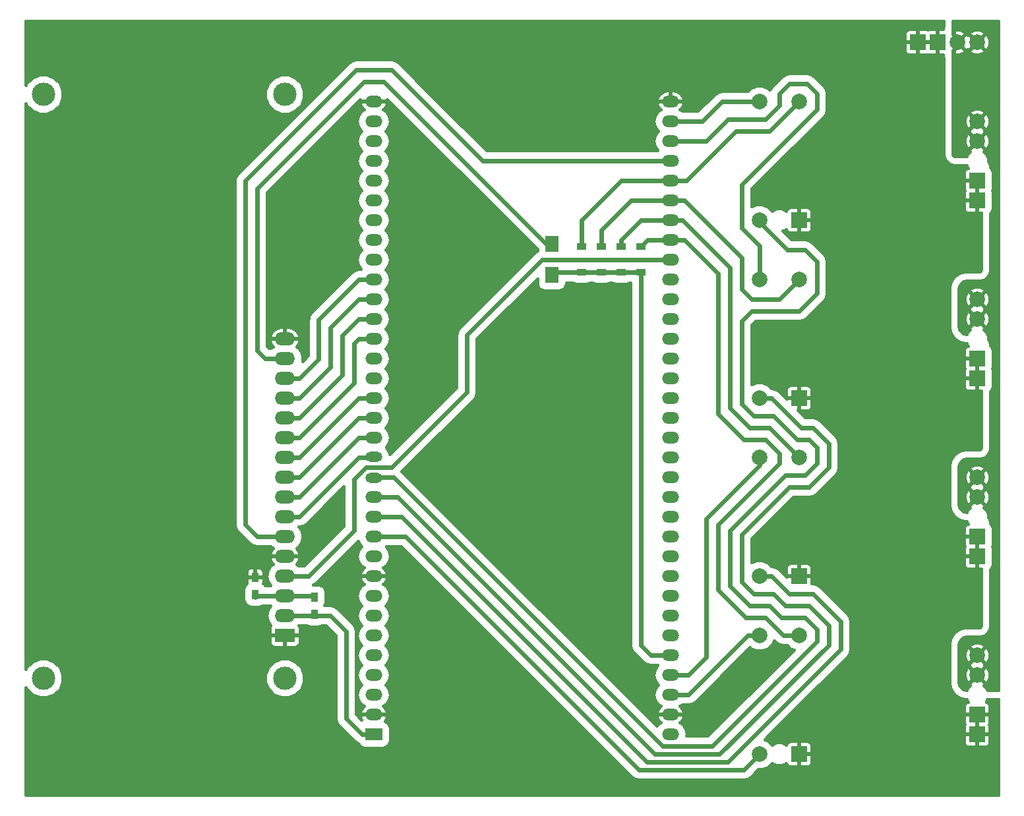
<source format=gbr>
G04 #@! TF.FileFunction,Copper,L1,Top,Signal*
%FSLAX46Y46*%
G04 Gerber Fmt 4.6, Leading zero omitted, Abs format (unit mm)*
G04 Created by KiCad (PCBNEW 4.0.7) date 03/18/18 17:41:08*
%MOMM*%
%LPD*%
G01*
G04 APERTURE LIST*
%ADD10C,0.100000*%
%ADD11R,2.600000X1.700000*%
%ADD12O,2.600000X1.700000*%
%ADD13C,3.000000*%
%ADD14O,2.200000X1.500000*%
%ADD15R,2.200000X1.500000*%
%ADD16O,2.200000X1.300000*%
%ADD17R,0.900000X1.200000*%
%ADD18R,2.000000X2.000000*%
%ADD19C,2.000000*%
%ADD20R,1.200000X0.900000*%
%ADD21R,1.700000X2.000000*%
%ADD22C,0.600000*%
%ADD23C,0.400000*%
G04 APERTURE END LIST*
D10*
D11*
X34290000Y-82550000D03*
D12*
X34290000Y-80010000D03*
X34290000Y-77470000D03*
X34290000Y-74930000D03*
X34290000Y-72390000D03*
X34290000Y-69850000D03*
X34290000Y-67310000D03*
X34290000Y-64770000D03*
X34290000Y-62230000D03*
X34290000Y-59690000D03*
X34290000Y-57150000D03*
X34290000Y-54610000D03*
X34290000Y-52070000D03*
X34290000Y-49530000D03*
X34290000Y-46990000D03*
X34290000Y-44450000D03*
D13*
X34290000Y-88049100D03*
X3289300Y-88049100D03*
X3289300Y-13050520D03*
X34290000Y-13050000D03*
D14*
X83820000Y-13970000D03*
X83820000Y-16510000D03*
X83820000Y-19050000D03*
X83820000Y-21590000D03*
X83820000Y-24130000D03*
X83820000Y-26670000D03*
X83820000Y-29210000D03*
X83820000Y-31750000D03*
X83820000Y-34290000D03*
X83820000Y-36830000D03*
X83820000Y-39370000D03*
X83820000Y-41910000D03*
X83820000Y-44450000D03*
X83820000Y-46990000D03*
X83820000Y-49530000D03*
X83820000Y-52070000D03*
X83820000Y-54610000D03*
X83820000Y-57150000D03*
X83820000Y-59690000D03*
X83820000Y-62230000D03*
X83820000Y-64770000D03*
X83820000Y-67310000D03*
X83820000Y-69850000D03*
X83820000Y-72390000D03*
X83820000Y-74930000D03*
X83820000Y-77470000D03*
X83820000Y-80010000D03*
X83820000Y-82550000D03*
X83820000Y-85090000D03*
X83820000Y-87630000D03*
X83820000Y-90170000D03*
X83820000Y-92710000D03*
X83820000Y-95250000D03*
D15*
X45720000Y-95250000D03*
D14*
X45720000Y-92710000D03*
X45720000Y-90170000D03*
X45720000Y-87630000D03*
X45720000Y-85090000D03*
X45720000Y-82550000D03*
X45720000Y-80010000D03*
X45720000Y-77470000D03*
X45720000Y-74930000D03*
X45720000Y-72390000D03*
X45720000Y-69850000D03*
X45720000Y-67310000D03*
X45720000Y-64770000D03*
D16*
X45720000Y-62330000D03*
X45720000Y-59590000D03*
D14*
X45720000Y-57150000D03*
X45720000Y-54610000D03*
X45720000Y-52070000D03*
X45720000Y-49530000D03*
X45720000Y-46990000D03*
X45720000Y-44450000D03*
X45720000Y-41910000D03*
X45720000Y-39370000D03*
X45720000Y-36830000D03*
X45720000Y-34290000D03*
X45720000Y-31750000D03*
X45720000Y-29210000D03*
X45720000Y-26670000D03*
X45720000Y-24130000D03*
X45720000Y-21590000D03*
X45720000Y-19050000D03*
X45720000Y-16510000D03*
X45720000Y-13970000D03*
D17*
X30480000Y-77300000D03*
X30480000Y-75100000D03*
D18*
X115570000Y-6350000D03*
X118110000Y-6350000D03*
D19*
X120650000Y-6350000D03*
X123190000Y-6350000D03*
D20*
X72390000Y-35940000D03*
X72390000Y-32640000D03*
X74930000Y-35940000D03*
X74930000Y-32640000D03*
X77470000Y-35940000D03*
X77470000Y-32640000D03*
X80010000Y-35940000D03*
X80010000Y-32640000D03*
D21*
X68580000Y-36290000D03*
X68580000Y-32290000D03*
D17*
X38100000Y-79840000D03*
X38100000Y-77640000D03*
D18*
X123190000Y-24130000D03*
D19*
X95250000Y-29210000D03*
D18*
X100330000Y-29210000D03*
X123190000Y-26670000D03*
D19*
X123190000Y-19050000D03*
X123190000Y-16510000D03*
X95250000Y-13970000D03*
X100330000Y-13970000D03*
D18*
X123190000Y-46990000D03*
D19*
X95250000Y-52070000D03*
D18*
X100330000Y-52070000D03*
X123190000Y-49530000D03*
D19*
X123190000Y-41910000D03*
X123190000Y-39370000D03*
X95250000Y-36830000D03*
X100330000Y-36830000D03*
D18*
X123190000Y-69850000D03*
D19*
X95250000Y-74930000D03*
D18*
X100330000Y-74930000D03*
X123190000Y-72390000D03*
D19*
X123190000Y-64770000D03*
X123190000Y-62230000D03*
X95250000Y-59690000D03*
X100330000Y-59690000D03*
D18*
X123190000Y-92710000D03*
D19*
X95250000Y-97790000D03*
D18*
X100330000Y-97790000D03*
X123190000Y-95250000D03*
D19*
X123190000Y-87630000D03*
X123190000Y-85090000D03*
X95250000Y-82550000D03*
X100330000Y-82550000D03*
D22*
X120650000Y-6350000D02*
X120650000Y-5842000D01*
X120650000Y-5842000D02*
X120142000Y-5334000D01*
X120142000Y-5334000D02*
X120142000Y-4572000D01*
X120650000Y-6350000D02*
X120650000Y-6858000D01*
X120650000Y-6858000D02*
X120142000Y-7366000D01*
X120142000Y-7366000D02*
X120142000Y-8128000D01*
X34240000Y-82600000D02*
X34290000Y-82550000D01*
X83820000Y-24130000D02*
X85852000Y-24130000D01*
X96520000Y-17780000D02*
X100330000Y-13970000D01*
X92202000Y-17780000D02*
X96520000Y-17780000D01*
X85852000Y-24130000D02*
X92202000Y-17780000D01*
X83820000Y-24130000D02*
X77470000Y-24130000D01*
X72390000Y-29210000D02*
X72390000Y-32640000D01*
X77470000Y-24130000D02*
X72390000Y-29210000D01*
X83820000Y-26670000D02*
X85598000Y-26670000D01*
X97790000Y-39370000D02*
X100330000Y-36830000D01*
X94234000Y-39370000D02*
X97790000Y-39370000D01*
X92964000Y-38100000D02*
X94234000Y-39370000D01*
X92964000Y-34036000D02*
X92964000Y-38100000D01*
X85598000Y-26670000D02*
X92964000Y-34036000D01*
X83820000Y-26670000D02*
X78740000Y-26670000D01*
X74930000Y-30480000D02*
X74930000Y-32640000D01*
X78740000Y-26670000D02*
X74930000Y-30480000D01*
X83820000Y-29210000D02*
X80010000Y-29210000D01*
X77470000Y-31750000D02*
X77470000Y-32640000D01*
X80010000Y-29210000D02*
X77470000Y-31750000D01*
X83820000Y-29210000D02*
X85344000Y-29210000D01*
X96520000Y-55880000D02*
X100330000Y-59690000D01*
X93980000Y-55880000D02*
X96520000Y-55880000D01*
X91440000Y-53340000D02*
X93980000Y-55880000D01*
X91440000Y-35306000D02*
X91440000Y-53340000D01*
X85344000Y-29210000D02*
X91440000Y-35306000D01*
X100330000Y-82550000D02*
X98298000Y-82550000D01*
X93218000Y-57404000D02*
X96012000Y-57404000D01*
X96012000Y-57404000D02*
X97790000Y-59182000D01*
X97790000Y-59182000D02*
X97790000Y-60452000D01*
X97790000Y-60452000D02*
X89916000Y-68326000D01*
X89916000Y-68326000D02*
X89916000Y-76708000D01*
X89916000Y-76708000D02*
X93472000Y-80264000D01*
X93472000Y-80264000D02*
X96012000Y-80264000D01*
X96012000Y-80264000D02*
X98298000Y-82550000D01*
X85598000Y-31750000D02*
X83820000Y-31750000D01*
X89916000Y-36068000D02*
X89916000Y-54102000D01*
X85598000Y-31750000D02*
X89916000Y-36068000D01*
X89916000Y-54102000D02*
X93218000Y-57404000D01*
X83820000Y-31750000D02*
X80900000Y-31750000D01*
X80900000Y-31750000D02*
X80010000Y-32640000D01*
X72390000Y-35940000D02*
X68930000Y-35940000D01*
X68930000Y-35940000D02*
X68580000Y-36290000D01*
X45720000Y-95250000D02*
X44196000Y-95250000D01*
X44196000Y-95250000D02*
X42164000Y-93218000D01*
X42164000Y-93218000D02*
X42164000Y-82042000D01*
X42164000Y-82042000D02*
X40132000Y-80010000D01*
X40132000Y-80010000D02*
X38270000Y-80010000D01*
X38270000Y-80010000D02*
X38100000Y-79840000D01*
X34290000Y-80010000D02*
X37930000Y-80010000D01*
X37930000Y-80010000D02*
X38100000Y-79840000D01*
X74930000Y-35940000D02*
X77470000Y-35940000D01*
X72390000Y-35940000D02*
X74930000Y-35940000D01*
X83820000Y-85090000D02*
X81280000Y-85090000D01*
X80010000Y-83820000D02*
X80010000Y-35940000D01*
X81280000Y-85090000D02*
X80010000Y-83820000D01*
X80010000Y-35940000D02*
X77470000Y-35940000D01*
X83820000Y-16510000D02*
X87884000Y-16510000D01*
X90424000Y-13970000D02*
X95250000Y-13970000D01*
X87884000Y-16510000D02*
X90424000Y-13970000D01*
X95250000Y-36830000D02*
X95250000Y-32512000D01*
X88392000Y-19050000D02*
X91186000Y-16256000D01*
X91186000Y-16256000D02*
X96012000Y-16256000D01*
X96012000Y-16256000D02*
X97790000Y-14478000D01*
X97790000Y-14478000D02*
X97790000Y-12954000D01*
X97790000Y-12954000D02*
X99060000Y-11684000D01*
X99060000Y-11684000D02*
X101346000Y-11684000D01*
X101346000Y-11684000D02*
X102616000Y-12954000D01*
X102616000Y-12954000D02*
X102616000Y-14986000D01*
X102616000Y-14986000D02*
X92964000Y-24638000D01*
X92964000Y-24638000D02*
X92964000Y-30226000D01*
X92964000Y-30226000D02*
X95250000Y-32512000D01*
X88392000Y-19050000D02*
X83820000Y-19050000D01*
X95250000Y-59690000D02*
X95250000Y-60706000D01*
X88392000Y-67564000D02*
X95250000Y-60706000D01*
X88392000Y-85344000D02*
X88392000Y-67564000D01*
X88392000Y-85344000D02*
X86106000Y-87630000D01*
X83820000Y-87630000D02*
X86106000Y-87630000D01*
X83820000Y-90170000D02*
X86106000Y-90170000D01*
X93726000Y-82550000D02*
X95250000Y-82550000D01*
X86106000Y-90170000D02*
X93726000Y-82550000D01*
X83820000Y-21590000D02*
X59690000Y-21590000D01*
X30734000Y-69850000D02*
X34290000Y-69850000D01*
X29210000Y-68326000D02*
X30734000Y-69850000D01*
X29210000Y-24130000D02*
X29210000Y-68326000D01*
X43434000Y-9906000D02*
X29210000Y-24130000D01*
X48006000Y-9906000D02*
X43434000Y-9906000D01*
X59690000Y-21590000D02*
X48006000Y-9906000D01*
X34290000Y-59690000D02*
X36195000Y-59690000D01*
X43815000Y-52070000D02*
X45720000Y-52070000D01*
X36195000Y-59690000D02*
X43815000Y-52070000D01*
X34290000Y-57150000D02*
X36195000Y-57150000D01*
X43815000Y-44450000D02*
X45720000Y-44450000D01*
X43180000Y-45085000D02*
X43815000Y-44450000D01*
X43180000Y-50165000D02*
X43180000Y-45085000D01*
X36195000Y-57150000D02*
X43180000Y-50165000D01*
X34290000Y-54610000D02*
X36195000Y-54610000D01*
X43815000Y-41910000D02*
X45720000Y-41910000D01*
X41656000Y-44069000D02*
X43815000Y-41910000D01*
X41656000Y-49149000D02*
X41656000Y-44069000D01*
X36195000Y-54610000D02*
X41656000Y-49149000D01*
X34290000Y-52070000D02*
X36195000Y-52070000D01*
X43815000Y-39370000D02*
X45720000Y-39370000D01*
X40132000Y-43053000D02*
X43815000Y-39370000D01*
X40132000Y-48133000D02*
X40132000Y-43053000D01*
X36195000Y-52070000D02*
X40132000Y-48133000D01*
X34290000Y-49530000D02*
X36195000Y-49530000D01*
X43815000Y-36830000D02*
X45720000Y-36830000D01*
X38608000Y-42037000D02*
X43815000Y-36830000D01*
X38608000Y-47117000D02*
X38608000Y-42037000D01*
X36195000Y-49530000D02*
X38608000Y-47117000D01*
X83820000Y-34290000D02*
X67310000Y-34290000D01*
X37338000Y-74930000D02*
X34290000Y-74930000D01*
X43180000Y-69088000D02*
X37338000Y-74930000D01*
X43180000Y-62484000D02*
X43180000Y-69088000D01*
X44704000Y-60960000D02*
X43180000Y-62484000D01*
X48006000Y-60960000D02*
X44704000Y-60960000D01*
X57658000Y-51308000D02*
X48006000Y-60960000D01*
X57658000Y-43942000D02*
X57658000Y-51308000D01*
X67310000Y-34290000D02*
X57658000Y-43942000D01*
X82804000Y-96774000D02*
X89154000Y-96774000D01*
X102616000Y-83312000D02*
X89154000Y-96774000D01*
X102616000Y-83312000D02*
X102616000Y-81788000D01*
X102616000Y-81788000D02*
X101092000Y-80264000D01*
X101092000Y-80264000D02*
X98044000Y-80264000D01*
X98044000Y-80264000D02*
X96520000Y-78740000D01*
X98806000Y-33020000D02*
X101092000Y-33020000D01*
X101092000Y-33020000D02*
X102616000Y-34544000D01*
X102616000Y-34544000D02*
X102616000Y-38608000D01*
X98806000Y-33020000D02*
X95250000Y-29464000D01*
X100330000Y-40894000D02*
X102616000Y-38608000D01*
X94234000Y-40894000D02*
X100330000Y-40894000D01*
X92964000Y-42164000D02*
X94234000Y-40894000D01*
X92964000Y-52832000D02*
X92964000Y-42164000D01*
X94488000Y-54356000D02*
X92964000Y-52832000D01*
X97028000Y-54356000D02*
X94488000Y-54356000D01*
X100076000Y-57404000D02*
X97028000Y-54356000D01*
X101600000Y-57404000D02*
X100076000Y-57404000D01*
X102616000Y-58420000D02*
X101600000Y-57404000D01*
X102616000Y-60452000D02*
X102616000Y-58420000D01*
X101092000Y-61976000D02*
X102616000Y-60452000D01*
X98552000Y-61976000D02*
X101092000Y-61976000D01*
X91440000Y-69088000D02*
X98552000Y-61976000D01*
X91440000Y-76200000D02*
X91440000Y-69088000D01*
X93980000Y-78740000D02*
X91440000Y-76200000D01*
X93980000Y-78740000D02*
X96520000Y-78740000D01*
X48260000Y-62230000D02*
X45720000Y-62230000D01*
X48260000Y-62230000D02*
X82804000Y-96774000D01*
X95250000Y-29210000D02*
X95250000Y-29464000D01*
X95250000Y-29210000D02*
X95250000Y-29845000D01*
X90154002Y-97805998D02*
X81803998Y-97805998D01*
X95250000Y-52070000D02*
X96774000Y-52070000D01*
X48768000Y-64770000D02*
X45720000Y-64770000D01*
X81803998Y-97805998D02*
X48768000Y-64770000D01*
X104140000Y-81280000D02*
X104140000Y-83820000D01*
X101600000Y-78740000D02*
X104140000Y-81280000D01*
X98552000Y-78740000D02*
X101600000Y-78740000D01*
X97028000Y-77216000D02*
X98552000Y-78740000D01*
X94488000Y-77216000D02*
X97028000Y-77216000D01*
X92964000Y-75692000D02*
X94488000Y-77216000D01*
X92964000Y-69596000D02*
X92964000Y-75692000D01*
X99060000Y-63500000D02*
X92964000Y-69596000D01*
X101600000Y-63500000D02*
X99060000Y-63500000D01*
X104140000Y-60960000D02*
X101600000Y-63500000D01*
X104140000Y-57912000D02*
X104140000Y-60960000D01*
X102108000Y-55880000D02*
X104140000Y-57912000D01*
X100584000Y-55880000D02*
X102108000Y-55880000D01*
X96774000Y-52070000D02*
X100584000Y-55880000D01*
X104140000Y-83820000D02*
X90154002Y-97805998D01*
X80772000Y-98806000D02*
X91186000Y-98806000D01*
X95250000Y-74930000D02*
X96774000Y-74930000D01*
X91186000Y-98806000D02*
X105664000Y-84328000D01*
X49276000Y-67310000D02*
X45720000Y-67310000D01*
X102108000Y-77216000D02*
X99060000Y-77216000D01*
X105664000Y-80772000D02*
X102108000Y-77216000D01*
X105664000Y-84328000D02*
X105664000Y-80772000D01*
X49276000Y-67310000D02*
X80772000Y-98806000D01*
X99060000Y-77216000D02*
X96774000Y-74930000D01*
X93218000Y-99822000D02*
X79756000Y-99822000D01*
X95250000Y-97790000D02*
X93218000Y-99822000D01*
X49784000Y-69850000D02*
X45720000Y-69850000D01*
X79756000Y-99822000D02*
X49784000Y-69850000D01*
X45720000Y-59690000D02*
X43815000Y-59690000D01*
X43815000Y-59690000D02*
X36195000Y-67310000D01*
X36195000Y-67310000D02*
X34290000Y-67310000D01*
X34290000Y-64770000D02*
X36195000Y-64770000D01*
X43815000Y-57150000D02*
X45720000Y-57150000D01*
X36195000Y-64770000D02*
X43815000Y-57150000D01*
X34290000Y-62230000D02*
X36195000Y-62230000D01*
X43815000Y-54610000D02*
X45720000Y-54610000D01*
X36195000Y-62230000D02*
X43815000Y-54610000D01*
X34290000Y-77470000D02*
X30650000Y-77470000D01*
X30650000Y-77470000D02*
X30480000Y-77640000D01*
X34290000Y-77470000D02*
X37930000Y-77470000D01*
X37930000Y-77470000D02*
X38100000Y-77640000D01*
X34290000Y-46990000D02*
X31750000Y-46990000D01*
X67850000Y-32290000D02*
X68580000Y-32290000D01*
X46990000Y-11430000D02*
X67850000Y-32290000D01*
X44450000Y-11430000D02*
X46990000Y-11430000D01*
X30734000Y-25146000D02*
X44450000Y-11430000D01*
X30734000Y-45974000D02*
X30734000Y-25146000D01*
X31750000Y-46990000D02*
X30734000Y-45974000D01*
D23*
G36*
X125925000Y-89560218D02*
X125780302Y-89589000D01*
X124545888Y-89589000D01*
X124441173Y-89335571D01*
X124094063Y-88987855D01*
X124107980Y-88978556D01*
X124201518Y-88712228D01*
X123190000Y-87700711D01*
X122178482Y-88712228D01*
X122272020Y-88978556D01*
X122288663Y-88985618D01*
X121940285Y-89333389D01*
X121836859Y-89582468D01*
X121468816Y-89509259D01*
X121145664Y-89293336D01*
X120929741Y-88970184D01*
X120850000Y-88569302D01*
X120850000Y-87934463D01*
X121587317Y-87934463D01*
X121825827Y-88524607D01*
X121841444Y-88547980D01*
X122107772Y-88641518D01*
X123119289Y-87630000D01*
X123260711Y-87630000D01*
X124272228Y-88641518D01*
X124538556Y-88547980D01*
X124787199Y-87962033D01*
X124792683Y-87325537D01*
X124554173Y-86735393D01*
X124538556Y-86712020D01*
X124272228Y-86618482D01*
X123260711Y-87630000D01*
X123119289Y-87630000D01*
X122107772Y-86618482D01*
X121841444Y-86712020D01*
X121592801Y-87297967D01*
X121587317Y-87934463D01*
X120850000Y-87934463D01*
X120850000Y-86172228D01*
X122178482Y-86172228D01*
X122244430Y-86360000D01*
X122178482Y-86547772D01*
X123190000Y-87559289D01*
X124201518Y-86547772D01*
X124135570Y-86360000D01*
X124201518Y-86172228D01*
X123190000Y-85160711D01*
X122178482Y-86172228D01*
X120850000Y-86172228D01*
X120850000Y-85394463D01*
X121587317Y-85394463D01*
X121825827Y-85984607D01*
X121841444Y-86007980D01*
X122107772Y-86101518D01*
X123119289Y-85090000D01*
X123260711Y-85090000D01*
X124272228Y-86101518D01*
X124538556Y-86007980D01*
X124787199Y-85422033D01*
X124792683Y-84785537D01*
X124554173Y-84195393D01*
X124538556Y-84172020D01*
X124272228Y-84078482D01*
X123260711Y-85090000D01*
X123119289Y-85090000D01*
X122107772Y-84078482D01*
X121841444Y-84172020D01*
X121592801Y-84757967D01*
X121587317Y-85394463D01*
X120850000Y-85394463D01*
X120850000Y-84007772D01*
X122178482Y-84007772D01*
X123190000Y-85019289D01*
X124201518Y-84007772D01*
X124107980Y-83741444D01*
X123522033Y-83492801D01*
X122885537Y-83487317D01*
X122295393Y-83725827D01*
X122272020Y-83741444D01*
X122178482Y-84007772D01*
X120850000Y-84007772D01*
X120850000Y-83769698D01*
X120929741Y-83368816D01*
X121145664Y-83045664D01*
X121468816Y-82829741D01*
X121869698Y-82750000D01*
X123514000Y-82750000D01*
X123553018Y-82746157D01*
X124012238Y-82654812D01*
X124084334Y-82624949D01*
X124473642Y-82364822D01*
X124528822Y-82309642D01*
X124788949Y-81920334D01*
X124818812Y-81848238D01*
X124910157Y-81389018D01*
X124914000Y-81350000D01*
X124914000Y-74101724D01*
X125129262Y-73786678D01*
X125209591Y-73390000D01*
X125209591Y-71390000D01*
X125156922Y-71110088D01*
X125209591Y-70850000D01*
X125209591Y-68850000D01*
X125139862Y-68479422D01*
X124920851Y-68139069D01*
X124914000Y-68134388D01*
X124914000Y-68129000D01*
X124910157Y-68089982D01*
X124818812Y-67630762D01*
X124788949Y-67558666D01*
X124664945Y-67373081D01*
X124665256Y-67017892D01*
X124441173Y-66475571D01*
X124094063Y-66127855D01*
X124107980Y-66118556D01*
X124201518Y-65852228D01*
X123190000Y-64840711D01*
X122178482Y-65852228D01*
X122272020Y-66118556D01*
X122288663Y-66125618D01*
X121940285Y-66473389D01*
X121836859Y-66722468D01*
X121468816Y-66649259D01*
X121145664Y-66433336D01*
X120929741Y-66110184D01*
X120850000Y-65709302D01*
X120850000Y-65074463D01*
X121587317Y-65074463D01*
X121825827Y-65664607D01*
X121841444Y-65687980D01*
X122107772Y-65781518D01*
X123119289Y-64770000D01*
X123260711Y-64770000D01*
X124272228Y-65781518D01*
X124538556Y-65687980D01*
X124787199Y-65102033D01*
X124792683Y-64465537D01*
X124554173Y-63875393D01*
X124538556Y-63852020D01*
X124272228Y-63758482D01*
X123260711Y-64770000D01*
X123119289Y-64770000D01*
X122107772Y-63758482D01*
X121841444Y-63852020D01*
X121592801Y-64437967D01*
X121587317Y-65074463D01*
X120850000Y-65074463D01*
X120850000Y-63312228D01*
X122178482Y-63312228D01*
X122244430Y-63500000D01*
X122178482Y-63687772D01*
X123190000Y-64699289D01*
X124201518Y-63687772D01*
X124135570Y-63500000D01*
X124201518Y-63312228D01*
X123190000Y-62300711D01*
X122178482Y-63312228D01*
X120850000Y-63312228D01*
X120850000Y-62534463D01*
X121587317Y-62534463D01*
X121825827Y-63124607D01*
X121841444Y-63147980D01*
X122107772Y-63241518D01*
X123119289Y-62230000D01*
X123260711Y-62230000D01*
X124272228Y-63241518D01*
X124538556Y-63147980D01*
X124787199Y-62562033D01*
X124792683Y-61925537D01*
X124554173Y-61335393D01*
X124538556Y-61312020D01*
X124272228Y-61218482D01*
X123260711Y-62230000D01*
X123119289Y-62230000D01*
X122107772Y-61218482D01*
X121841444Y-61312020D01*
X121592801Y-61897967D01*
X121587317Y-62534463D01*
X120850000Y-62534463D01*
X120850000Y-61147772D01*
X122178482Y-61147772D01*
X123190000Y-62159289D01*
X124201518Y-61147772D01*
X124107980Y-60881444D01*
X123522033Y-60632801D01*
X122885537Y-60627317D01*
X122295393Y-60865827D01*
X122272020Y-60881444D01*
X122178482Y-61147772D01*
X120850000Y-61147772D01*
X120850000Y-60909698D01*
X120929741Y-60508816D01*
X121145664Y-60185664D01*
X121468816Y-59969741D01*
X121869698Y-59890000D01*
X123514000Y-59890000D01*
X123553018Y-59886157D01*
X124012238Y-59794812D01*
X124084334Y-59764949D01*
X124473642Y-59504822D01*
X124528822Y-59449642D01*
X124788949Y-59060334D01*
X124818812Y-58988238D01*
X124910157Y-58529018D01*
X124914000Y-58490000D01*
X124914000Y-51241724D01*
X125129262Y-50926678D01*
X125209591Y-50530000D01*
X125209591Y-48530000D01*
X125156922Y-48250088D01*
X125209591Y-47990000D01*
X125209591Y-45990000D01*
X125139862Y-45619422D01*
X124920851Y-45279069D01*
X124914000Y-45274388D01*
X124914000Y-45269000D01*
X124910157Y-45229982D01*
X124818812Y-44770762D01*
X124788949Y-44698666D01*
X124664945Y-44513081D01*
X124665256Y-44157892D01*
X124441173Y-43615571D01*
X124094063Y-43267855D01*
X124107980Y-43258556D01*
X124201518Y-42992228D01*
X123190000Y-41980711D01*
X122178482Y-42992228D01*
X122272020Y-43258556D01*
X122288663Y-43265618D01*
X121940285Y-43613389D01*
X121836859Y-43862468D01*
X121468816Y-43789259D01*
X121145664Y-43573336D01*
X120929741Y-43250184D01*
X120850000Y-42849302D01*
X120850000Y-42214463D01*
X121587317Y-42214463D01*
X121825827Y-42804607D01*
X121841444Y-42827980D01*
X122107772Y-42921518D01*
X123119289Y-41910000D01*
X123260711Y-41910000D01*
X124272228Y-42921518D01*
X124538556Y-42827980D01*
X124787199Y-42242033D01*
X124792683Y-41605537D01*
X124554173Y-41015393D01*
X124538556Y-40992020D01*
X124272228Y-40898482D01*
X123260711Y-41910000D01*
X123119289Y-41910000D01*
X122107772Y-40898482D01*
X121841444Y-40992020D01*
X121592801Y-41577967D01*
X121587317Y-42214463D01*
X120850000Y-42214463D01*
X120850000Y-40452228D01*
X122178482Y-40452228D01*
X122244430Y-40640000D01*
X122178482Y-40827772D01*
X123190000Y-41839289D01*
X124201518Y-40827772D01*
X124135570Y-40640000D01*
X124201518Y-40452228D01*
X123190000Y-39440711D01*
X122178482Y-40452228D01*
X120850000Y-40452228D01*
X120850000Y-39674463D01*
X121587317Y-39674463D01*
X121825827Y-40264607D01*
X121841444Y-40287980D01*
X122107772Y-40381518D01*
X123119289Y-39370000D01*
X123260711Y-39370000D01*
X124272228Y-40381518D01*
X124538556Y-40287980D01*
X124787199Y-39702033D01*
X124792683Y-39065537D01*
X124554173Y-38475393D01*
X124538556Y-38452020D01*
X124272228Y-38358482D01*
X123260711Y-39370000D01*
X123119289Y-39370000D01*
X122107772Y-38358482D01*
X121841444Y-38452020D01*
X121592801Y-39037967D01*
X121587317Y-39674463D01*
X120850000Y-39674463D01*
X120850000Y-38287772D01*
X122178482Y-38287772D01*
X123190000Y-39299289D01*
X124201518Y-38287772D01*
X124107980Y-38021444D01*
X123522033Y-37772801D01*
X122885537Y-37767317D01*
X122295393Y-38005827D01*
X122272020Y-38021444D01*
X122178482Y-38287772D01*
X120850000Y-38287772D01*
X120850000Y-38049698D01*
X120929741Y-37648816D01*
X121145664Y-37325664D01*
X121468816Y-37109741D01*
X121869698Y-37030000D01*
X123514000Y-37030000D01*
X123553018Y-37026157D01*
X124012238Y-36934812D01*
X124084334Y-36904949D01*
X124473642Y-36644822D01*
X124528822Y-36589642D01*
X124788949Y-36200334D01*
X124818812Y-36128238D01*
X124910157Y-35669018D01*
X124914000Y-35630000D01*
X124914000Y-28381724D01*
X125129262Y-28066678D01*
X125209591Y-27670000D01*
X125209591Y-25670000D01*
X125156922Y-25390088D01*
X125209591Y-25130000D01*
X125209591Y-23130000D01*
X125139862Y-22759422D01*
X124920851Y-22419069D01*
X124914000Y-22414388D01*
X124914000Y-22409000D01*
X124910157Y-22369982D01*
X124818812Y-21910762D01*
X124788949Y-21838666D01*
X124664945Y-21653081D01*
X124665256Y-21297892D01*
X124441173Y-20755571D01*
X124094063Y-20407855D01*
X124107980Y-20398556D01*
X124201518Y-20132228D01*
X123190000Y-19120711D01*
X122178482Y-20132228D01*
X122272020Y-20398556D01*
X122288663Y-20405618D01*
X121940285Y-20753389D01*
X121834146Y-21009000D01*
X120415698Y-21009000D01*
X120279634Y-20981935D01*
X120180982Y-20916018D01*
X120115065Y-20817366D01*
X120088000Y-20681302D01*
X120088000Y-19354463D01*
X121587317Y-19354463D01*
X121825827Y-19944607D01*
X121841444Y-19967980D01*
X122107772Y-20061518D01*
X123119289Y-19050000D01*
X123260711Y-19050000D01*
X124272228Y-20061518D01*
X124538556Y-19967980D01*
X124787199Y-19382033D01*
X124792683Y-18745537D01*
X124554173Y-18155393D01*
X124538556Y-18132020D01*
X124272228Y-18038482D01*
X123260711Y-19050000D01*
X123119289Y-19050000D01*
X122107772Y-18038482D01*
X121841444Y-18132020D01*
X121592801Y-18717967D01*
X121587317Y-19354463D01*
X120088000Y-19354463D01*
X120088000Y-17592228D01*
X122178482Y-17592228D01*
X122244430Y-17780000D01*
X122178482Y-17967772D01*
X123190000Y-18979289D01*
X124201518Y-17967772D01*
X124135570Y-17780000D01*
X124201518Y-17592228D01*
X123190000Y-16580711D01*
X122178482Y-17592228D01*
X120088000Y-17592228D01*
X120088000Y-16814463D01*
X121587317Y-16814463D01*
X121825827Y-17404607D01*
X121841444Y-17427980D01*
X122107772Y-17521518D01*
X123119289Y-16510000D01*
X123260711Y-16510000D01*
X124272228Y-17521518D01*
X124538556Y-17427980D01*
X124787199Y-16842033D01*
X124792683Y-16205537D01*
X124554173Y-15615393D01*
X124538556Y-15592020D01*
X124272228Y-15498482D01*
X123260711Y-16510000D01*
X123119289Y-16510000D01*
X122107772Y-15498482D01*
X121841444Y-15592020D01*
X121592801Y-16177967D01*
X121587317Y-16814463D01*
X120088000Y-16814463D01*
X120088000Y-15427772D01*
X122178482Y-15427772D01*
X123190000Y-16439289D01*
X124201518Y-15427772D01*
X124107980Y-15161444D01*
X123522033Y-14912801D01*
X122885537Y-14907317D01*
X122295393Y-15145827D01*
X122272020Y-15161444D01*
X122178482Y-15427772D01*
X120088000Y-15427772D01*
X120088000Y-7849614D01*
X120317967Y-7947199D01*
X120954463Y-7952683D01*
X121544607Y-7714173D01*
X121567980Y-7698556D01*
X121661518Y-7432228D01*
X122178482Y-7432228D01*
X122272020Y-7698556D01*
X122857967Y-7947199D01*
X123494463Y-7952683D01*
X124084607Y-7714173D01*
X124107980Y-7698556D01*
X124201518Y-7432228D01*
X123190000Y-6420711D01*
X122178482Y-7432228D01*
X121661518Y-7432228D01*
X120650000Y-6420711D01*
X120635858Y-6434853D01*
X120565147Y-6364142D01*
X120579289Y-6350000D01*
X120720711Y-6350000D01*
X121732228Y-7361518D01*
X121920000Y-7295570D01*
X122107772Y-7361518D01*
X123119289Y-6350000D01*
X123260711Y-6350000D01*
X124272228Y-7361518D01*
X124538556Y-7267980D01*
X124787199Y-6682033D01*
X124792683Y-6045537D01*
X124554173Y-5455393D01*
X124538556Y-5432020D01*
X124272228Y-5338482D01*
X123260711Y-6350000D01*
X123119289Y-6350000D01*
X122107772Y-5338482D01*
X121920000Y-5404430D01*
X121732228Y-5338482D01*
X120720711Y-6350000D01*
X120579289Y-6350000D01*
X120565147Y-6335858D01*
X120635858Y-6265147D01*
X120650000Y-6279289D01*
X121661518Y-5267772D01*
X122178482Y-5267772D01*
X123190000Y-6279289D01*
X124201518Y-5267772D01*
X124107980Y-5001444D01*
X123522033Y-4752801D01*
X122885537Y-4747317D01*
X122295393Y-4985827D01*
X122272020Y-5001444D01*
X122178482Y-5267772D01*
X121661518Y-5267772D01*
X121567980Y-5001444D01*
X120982033Y-4752801D01*
X120345537Y-4747317D01*
X120088000Y-4851402D01*
X120088000Y-3615000D01*
X125925000Y-3615000D01*
X125925000Y-89560218D01*
X125925000Y-89560218D01*
G37*
X125925000Y-89560218D02*
X125780302Y-89589000D01*
X124545888Y-89589000D01*
X124441173Y-89335571D01*
X124094063Y-88987855D01*
X124107980Y-88978556D01*
X124201518Y-88712228D01*
X123190000Y-87700711D01*
X122178482Y-88712228D01*
X122272020Y-88978556D01*
X122288663Y-88985618D01*
X121940285Y-89333389D01*
X121836859Y-89582468D01*
X121468816Y-89509259D01*
X121145664Y-89293336D01*
X120929741Y-88970184D01*
X120850000Y-88569302D01*
X120850000Y-87934463D01*
X121587317Y-87934463D01*
X121825827Y-88524607D01*
X121841444Y-88547980D01*
X122107772Y-88641518D01*
X123119289Y-87630000D01*
X123260711Y-87630000D01*
X124272228Y-88641518D01*
X124538556Y-88547980D01*
X124787199Y-87962033D01*
X124792683Y-87325537D01*
X124554173Y-86735393D01*
X124538556Y-86712020D01*
X124272228Y-86618482D01*
X123260711Y-87630000D01*
X123119289Y-87630000D01*
X122107772Y-86618482D01*
X121841444Y-86712020D01*
X121592801Y-87297967D01*
X121587317Y-87934463D01*
X120850000Y-87934463D01*
X120850000Y-86172228D01*
X122178482Y-86172228D01*
X122244430Y-86360000D01*
X122178482Y-86547772D01*
X123190000Y-87559289D01*
X124201518Y-86547772D01*
X124135570Y-86360000D01*
X124201518Y-86172228D01*
X123190000Y-85160711D01*
X122178482Y-86172228D01*
X120850000Y-86172228D01*
X120850000Y-85394463D01*
X121587317Y-85394463D01*
X121825827Y-85984607D01*
X121841444Y-86007980D01*
X122107772Y-86101518D01*
X123119289Y-85090000D01*
X123260711Y-85090000D01*
X124272228Y-86101518D01*
X124538556Y-86007980D01*
X124787199Y-85422033D01*
X124792683Y-84785537D01*
X124554173Y-84195393D01*
X124538556Y-84172020D01*
X124272228Y-84078482D01*
X123260711Y-85090000D01*
X123119289Y-85090000D01*
X122107772Y-84078482D01*
X121841444Y-84172020D01*
X121592801Y-84757967D01*
X121587317Y-85394463D01*
X120850000Y-85394463D01*
X120850000Y-84007772D01*
X122178482Y-84007772D01*
X123190000Y-85019289D01*
X124201518Y-84007772D01*
X124107980Y-83741444D01*
X123522033Y-83492801D01*
X122885537Y-83487317D01*
X122295393Y-83725827D01*
X122272020Y-83741444D01*
X122178482Y-84007772D01*
X120850000Y-84007772D01*
X120850000Y-83769698D01*
X120929741Y-83368816D01*
X121145664Y-83045664D01*
X121468816Y-82829741D01*
X121869698Y-82750000D01*
X123514000Y-82750000D01*
X123553018Y-82746157D01*
X124012238Y-82654812D01*
X124084334Y-82624949D01*
X124473642Y-82364822D01*
X124528822Y-82309642D01*
X124788949Y-81920334D01*
X124818812Y-81848238D01*
X124910157Y-81389018D01*
X124914000Y-81350000D01*
X124914000Y-74101724D01*
X125129262Y-73786678D01*
X125209591Y-73390000D01*
X125209591Y-71390000D01*
X125156922Y-71110088D01*
X125209591Y-70850000D01*
X125209591Y-68850000D01*
X125139862Y-68479422D01*
X124920851Y-68139069D01*
X124914000Y-68134388D01*
X124914000Y-68129000D01*
X124910157Y-68089982D01*
X124818812Y-67630762D01*
X124788949Y-67558666D01*
X124664945Y-67373081D01*
X124665256Y-67017892D01*
X124441173Y-66475571D01*
X124094063Y-66127855D01*
X124107980Y-66118556D01*
X124201518Y-65852228D01*
X123190000Y-64840711D01*
X122178482Y-65852228D01*
X122272020Y-66118556D01*
X122288663Y-66125618D01*
X121940285Y-66473389D01*
X121836859Y-66722468D01*
X121468816Y-66649259D01*
X121145664Y-66433336D01*
X120929741Y-66110184D01*
X120850000Y-65709302D01*
X120850000Y-65074463D01*
X121587317Y-65074463D01*
X121825827Y-65664607D01*
X121841444Y-65687980D01*
X122107772Y-65781518D01*
X123119289Y-64770000D01*
X123260711Y-64770000D01*
X124272228Y-65781518D01*
X124538556Y-65687980D01*
X124787199Y-65102033D01*
X124792683Y-64465537D01*
X124554173Y-63875393D01*
X124538556Y-63852020D01*
X124272228Y-63758482D01*
X123260711Y-64770000D01*
X123119289Y-64770000D01*
X122107772Y-63758482D01*
X121841444Y-63852020D01*
X121592801Y-64437967D01*
X121587317Y-65074463D01*
X120850000Y-65074463D01*
X120850000Y-63312228D01*
X122178482Y-63312228D01*
X122244430Y-63500000D01*
X122178482Y-63687772D01*
X123190000Y-64699289D01*
X124201518Y-63687772D01*
X124135570Y-63500000D01*
X124201518Y-63312228D01*
X123190000Y-62300711D01*
X122178482Y-63312228D01*
X120850000Y-63312228D01*
X120850000Y-62534463D01*
X121587317Y-62534463D01*
X121825827Y-63124607D01*
X121841444Y-63147980D01*
X122107772Y-63241518D01*
X123119289Y-62230000D01*
X123260711Y-62230000D01*
X124272228Y-63241518D01*
X124538556Y-63147980D01*
X124787199Y-62562033D01*
X124792683Y-61925537D01*
X124554173Y-61335393D01*
X124538556Y-61312020D01*
X124272228Y-61218482D01*
X123260711Y-62230000D01*
X123119289Y-62230000D01*
X122107772Y-61218482D01*
X121841444Y-61312020D01*
X121592801Y-61897967D01*
X121587317Y-62534463D01*
X120850000Y-62534463D01*
X120850000Y-61147772D01*
X122178482Y-61147772D01*
X123190000Y-62159289D01*
X124201518Y-61147772D01*
X124107980Y-60881444D01*
X123522033Y-60632801D01*
X122885537Y-60627317D01*
X122295393Y-60865827D01*
X122272020Y-60881444D01*
X122178482Y-61147772D01*
X120850000Y-61147772D01*
X120850000Y-60909698D01*
X120929741Y-60508816D01*
X121145664Y-60185664D01*
X121468816Y-59969741D01*
X121869698Y-59890000D01*
X123514000Y-59890000D01*
X123553018Y-59886157D01*
X124012238Y-59794812D01*
X124084334Y-59764949D01*
X124473642Y-59504822D01*
X124528822Y-59449642D01*
X124788949Y-59060334D01*
X124818812Y-58988238D01*
X124910157Y-58529018D01*
X124914000Y-58490000D01*
X124914000Y-51241724D01*
X125129262Y-50926678D01*
X125209591Y-50530000D01*
X125209591Y-48530000D01*
X125156922Y-48250088D01*
X125209591Y-47990000D01*
X125209591Y-45990000D01*
X125139862Y-45619422D01*
X124920851Y-45279069D01*
X124914000Y-45274388D01*
X124914000Y-45269000D01*
X124910157Y-45229982D01*
X124818812Y-44770762D01*
X124788949Y-44698666D01*
X124664945Y-44513081D01*
X124665256Y-44157892D01*
X124441173Y-43615571D01*
X124094063Y-43267855D01*
X124107980Y-43258556D01*
X124201518Y-42992228D01*
X123190000Y-41980711D01*
X122178482Y-42992228D01*
X122272020Y-43258556D01*
X122288663Y-43265618D01*
X121940285Y-43613389D01*
X121836859Y-43862468D01*
X121468816Y-43789259D01*
X121145664Y-43573336D01*
X120929741Y-43250184D01*
X120850000Y-42849302D01*
X120850000Y-42214463D01*
X121587317Y-42214463D01*
X121825827Y-42804607D01*
X121841444Y-42827980D01*
X122107772Y-42921518D01*
X123119289Y-41910000D01*
X123260711Y-41910000D01*
X124272228Y-42921518D01*
X124538556Y-42827980D01*
X124787199Y-42242033D01*
X124792683Y-41605537D01*
X124554173Y-41015393D01*
X124538556Y-40992020D01*
X124272228Y-40898482D01*
X123260711Y-41910000D01*
X123119289Y-41910000D01*
X122107772Y-40898482D01*
X121841444Y-40992020D01*
X121592801Y-41577967D01*
X121587317Y-42214463D01*
X120850000Y-42214463D01*
X120850000Y-40452228D01*
X122178482Y-40452228D01*
X122244430Y-40640000D01*
X122178482Y-40827772D01*
X123190000Y-41839289D01*
X124201518Y-40827772D01*
X124135570Y-40640000D01*
X124201518Y-40452228D01*
X123190000Y-39440711D01*
X122178482Y-40452228D01*
X120850000Y-40452228D01*
X120850000Y-39674463D01*
X121587317Y-39674463D01*
X121825827Y-40264607D01*
X121841444Y-40287980D01*
X122107772Y-40381518D01*
X123119289Y-39370000D01*
X123260711Y-39370000D01*
X124272228Y-40381518D01*
X124538556Y-40287980D01*
X124787199Y-39702033D01*
X124792683Y-39065537D01*
X124554173Y-38475393D01*
X124538556Y-38452020D01*
X124272228Y-38358482D01*
X123260711Y-39370000D01*
X123119289Y-39370000D01*
X122107772Y-38358482D01*
X121841444Y-38452020D01*
X121592801Y-39037967D01*
X121587317Y-39674463D01*
X120850000Y-39674463D01*
X120850000Y-38287772D01*
X122178482Y-38287772D01*
X123190000Y-39299289D01*
X124201518Y-38287772D01*
X124107980Y-38021444D01*
X123522033Y-37772801D01*
X122885537Y-37767317D01*
X122295393Y-38005827D01*
X122272020Y-38021444D01*
X122178482Y-38287772D01*
X120850000Y-38287772D01*
X120850000Y-38049698D01*
X120929741Y-37648816D01*
X121145664Y-37325664D01*
X121468816Y-37109741D01*
X121869698Y-37030000D01*
X123514000Y-37030000D01*
X123553018Y-37026157D01*
X124012238Y-36934812D01*
X124084334Y-36904949D01*
X124473642Y-36644822D01*
X124528822Y-36589642D01*
X124788949Y-36200334D01*
X124818812Y-36128238D01*
X124910157Y-35669018D01*
X124914000Y-35630000D01*
X124914000Y-28381724D01*
X125129262Y-28066678D01*
X125209591Y-27670000D01*
X125209591Y-25670000D01*
X125156922Y-25390088D01*
X125209591Y-25130000D01*
X125209591Y-23130000D01*
X125139862Y-22759422D01*
X124920851Y-22419069D01*
X124914000Y-22414388D01*
X124914000Y-22409000D01*
X124910157Y-22369982D01*
X124818812Y-21910762D01*
X124788949Y-21838666D01*
X124664945Y-21653081D01*
X124665256Y-21297892D01*
X124441173Y-20755571D01*
X124094063Y-20407855D01*
X124107980Y-20398556D01*
X124201518Y-20132228D01*
X123190000Y-19120711D01*
X122178482Y-20132228D01*
X122272020Y-20398556D01*
X122288663Y-20405618D01*
X121940285Y-20753389D01*
X121834146Y-21009000D01*
X120415698Y-21009000D01*
X120279634Y-20981935D01*
X120180982Y-20916018D01*
X120115065Y-20817366D01*
X120088000Y-20681302D01*
X120088000Y-19354463D01*
X121587317Y-19354463D01*
X121825827Y-19944607D01*
X121841444Y-19967980D01*
X122107772Y-20061518D01*
X123119289Y-19050000D01*
X123260711Y-19050000D01*
X124272228Y-20061518D01*
X124538556Y-19967980D01*
X124787199Y-19382033D01*
X124792683Y-18745537D01*
X124554173Y-18155393D01*
X124538556Y-18132020D01*
X124272228Y-18038482D01*
X123260711Y-19050000D01*
X123119289Y-19050000D01*
X122107772Y-18038482D01*
X121841444Y-18132020D01*
X121592801Y-18717967D01*
X121587317Y-19354463D01*
X120088000Y-19354463D01*
X120088000Y-17592228D01*
X122178482Y-17592228D01*
X122244430Y-17780000D01*
X122178482Y-17967772D01*
X123190000Y-18979289D01*
X124201518Y-17967772D01*
X124135570Y-17780000D01*
X124201518Y-17592228D01*
X123190000Y-16580711D01*
X122178482Y-17592228D01*
X120088000Y-17592228D01*
X120088000Y-16814463D01*
X121587317Y-16814463D01*
X121825827Y-17404607D01*
X121841444Y-17427980D01*
X122107772Y-17521518D01*
X123119289Y-16510000D01*
X123260711Y-16510000D01*
X124272228Y-17521518D01*
X124538556Y-17427980D01*
X124787199Y-16842033D01*
X124792683Y-16205537D01*
X124554173Y-15615393D01*
X124538556Y-15592020D01*
X124272228Y-15498482D01*
X123260711Y-16510000D01*
X123119289Y-16510000D01*
X122107772Y-15498482D01*
X121841444Y-15592020D01*
X121592801Y-16177967D01*
X121587317Y-16814463D01*
X120088000Y-16814463D01*
X120088000Y-15427772D01*
X122178482Y-15427772D01*
X123190000Y-16439289D01*
X124201518Y-15427772D01*
X124107980Y-15161444D01*
X123522033Y-14912801D01*
X122885537Y-14907317D01*
X122295393Y-15145827D01*
X122272020Y-15161444D01*
X122178482Y-15427772D01*
X120088000Y-15427772D01*
X120088000Y-7849614D01*
X120317967Y-7947199D01*
X120954463Y-7952683D01*
X121544607Y-7714173D01*
X121567980Y-7698556D01*
X121661518Y-7432228D01*
X122178482Y-7432228D01*
X122272020Y-7698556D01*
X122857967Y-7947199D01*
X123494463Y-7952683D01*
X124084607Y-7714173D01*
X124107980Y-7698556D01*
X124201518Y-7432228D01*
X123190000Y-6420711D01*
X122178482Y-7432228D01*
X121661518Y-7432228D01*
X120650000Y-6420711D01*
X120635858Y-6434853D01*
X120565147Y-6364142D01*
X120579289Y-6350000D01*
X120720711Y-6350000D01*
X121732228Y-7361518D01*
X121920000Y-7295570D01*
X122107772Y-7361518D01*
X123119289Y-6350000D01*
X123260711Y-6350000D01*
X124272228Y-7361518D01*
X124538556Y-7267980D01*
X124787199Y-6682033D01*
X124792683Y-6045537D01*
X124554173Y-5455393D01*
X124538556Y-5432020D01*
X124272228Y-5338482D01*
X123260711Y-6350000D01*
X123119289Y-6350000D01*
X122107772Y-5338482D01*
X121920000Y-5404430D01*
X121732228Y-5338482D01*
X120720711Y-6350000D01*
X120579289Y-6350000D01*
X120565147Y-6335858D01*
X120635858Y-6265147D01*
X120650000Y-6279289D01*
X121661518Y-5267772D01*
X122178482Y-5267772D01*
X123190000Y-6279289D01*
X124201518Y-5267772D01*
X124107980Y-5001444D01*
X123522033Y-4752801D01*
X122885537Y-4747317D01*
X122295393Y-4985827D01*
X122272020Y-5001444D01*
X122178482Y-5267772D01*
X121661518Y-5267772D01*
X121567980Y-5001444D01*
X120982033Y-4752801D01*
X120345537Y-4747317D01*
X120088000Y-4851402D01*
X120088000Y-3615000D01*
X125925000Y-3615000D01*
X125925000Y-89560218D01*
G36*
X118888000Y-4340744D02*
X118842000Y-4572000D01*
X118842000Y-4700000D01*
X118322500Y-4700000D01*
X118160000Y-4862500D01*
X118160000Y-6300000D01*
X118180000Y-6300000D01*
X118180000Y-6400000D01*
X118160000Y-6400000D01*
X118160000Y-7837500D01*
X118322500Y-8000000D01*
X118842000Y-8000000D01*
X118842000Y-8128000D01*
X118888000Y-8359256D01*
X118888000Y-20701000D01*
X118907215Y-20896090D01*
X118945884Y-21090493D01*
X119095201Y-21450975D01*
X119205322Y-21615782D01*
X119481218Y-21891678D01*
X119646025Y-22001799D01*
X120006507Y-22151116D01*
X120200910Y-22189785D01*
X120396000Y-22209000D01*
X121849813Y-22209000D01*
X121938827Y-22424429D01*
X122013727Y-22499460D01*
X121821805Y-22578957D01*
X121638957Y-22761805D01*
X121540000Y-23000707D01*
X121540000Y-23917500D01*
X121702500Y-24080000D01*
X123140000Y-24080000D01*
X123140000Y-24060000D01*
X123240000Y-24060000D01*
X123240000Y-24080000D01*
X123260000Y-24080000D01*
X123260000Y-24180000D01*
X123240000Y-24180000D01*
X123240000Y-26620000D01*
X123260000Y-26620000D01*
X123260000Y-26720000D01*
X123240000Y-26720000D01*
X123240000Y-28157500D01*
X123402500Y-28320000D01*
X123714000Y-28320000D01*
X123714000Y-35531509D01*
X123680676Y-35699038D01*
X123641568Y-35757568D01*
X123583038Y-35796676D01*
X123415509Y-35830000D01*
X121850000Y-35830000D01*
X121654909Y-35849215D01*
X121195689Y-35940560D01*
X120835210Y-36089875D01*
X120445902Y-36350002D01*
X120170002Y-36625902D01*
X119909875Y-37015210D01*
X119760560Y-37375689D01*
X119669215Y-37834909D01*
X119650000Y-38030000D01*
X119650000Y-42869000D01*
X119669215Y-43064091D01*
X119760560Y-43523311D01*
X119909875Y-43883790D01*
X120170002Y-44273098D01*
X120445902Y-44548998D01*
X120835210Y-44809125D01*
X121195689Y-44958440D01*
X121654909Y-45049785D01*
X121849805Y-45068981D01*
X121938827Y-45284429D01*
X122013727Y-45359460D01*
X121821805Y-45438957D01*
X121638957Y-45621805D01*
X121540000Y-45860707D01*
X121540000Y-46777500D01*
X121702500Y-46940000D01*
X123140000Y-46940000D01*
X123140000Y-46920000D01*
X123240000Y-46920000D01*
X123240000Y-46940000D01*
X123260000Y-46940000D01*
X123260000Y-47040000D01*
X123240000Y-47040000D01*
X123240000Y-49480000D01*
X123260000Y-49480000D01*
X123260000Y-49580000D01*
X123240000Y-49580000D01*
X123240000Y-51017500D01*
X123402500Y-51180000D01*
X123714000Y-51180000D01*
X123714000Y-58391509D01*
X123680676Y-58559038D01*
X123641568Y-58617568D01*
X123583038Y-58656676D01*
X123415509Y-58690000D01*
X121850000Y-58690000D01*
X121654909Y-58709215D01*
X121195689Y-58800560D01*
X120835210Y-58949875D01*
X120445902Y-59210002D01*
X120170002Y-59485902D01*
X119909875Y-59875210D01*
X119760560Y-60235689D01*
X119669215Y-60694909D01*
X119650000Y-60890000D01*
X119650000Y-65729000D01*
X119669215Y-65924091D01*
X119760560Y-66383311D01*
X119909875Y-66743790D01*
X120170002Y-67133098D01*
X120445902Y-67408998D01*
X120835210Y-67669125D01*
X121195689Y-67818440D01*
X121654909Y-67909785D01*
X121849805Y-67928981D01*
X121938827Y-68144429D01*
X122013727Y-68219460D01*
X121821805Y-68298957D01*
X121638957Y-68481805D01*
X121540000Y-68720707D01*
X121540000Y-69637500D01*
X121702500Y-69800000D01*
X123140000Y-69800000D01*
X123140000Y-69780000D01*
X123240000Y-69780000D01*
X123240000Y-69800000D01*
X123260000Y-69800000D01*
X123260000Y-69900000D01*
X123240000Y-69900000D01*
X123240000Y-72340000D01*
X123260000Y-72340000D01*
X123260000Y-72440000D01*
X123240000Y-72440000D01*
X123240000Y-73877500D01*
X123402500Y-74040000D01*
X123714000Y-74040000D01*
X123714000Y-81251509D01*
X123680676Y-81419038D01*
X123641568Y-81477568D01*
X123583038Y-81516676D01*
X123415509Y-81550000D01*
X121850000Y-81550000D01*
X121654909Y-81569215D01*
X121195689Y-81660560D01*
X120835210Y-81809875D01*
X120445902Y-82070002D01*
X120170002Y-82345902D01*
X119909875Y-82735210D01*
X119760560Y-83095689D01*
X119669215Y-83554909D01*
X119650000Y-83750000D01*
X119650000Y-88589000D01*
X119669215Y-88784091D01*
X119760560Y-89243311D01*
X119909875Y-89603790D01*
X120170002Y-89993098D01*
X120445902Y-90268998D01*
X120835210Y-90529125D01*
X121195689Y-90678440D01*
X121654909Y-90769785D01*
X121849805Y-90788981D01*
X121938827Y-91004429D01*
X122013727Y-91079460D01*
X121821805Y-91158957D01*
X121638957Y-91341805D01*
X121540000Y-91580707D01*
X121540000Y-92497500D01*
X121702500Y-92660000D01*
X123140000Y-92660000D01*
X123140000Y-92640000D01*
X123240000Y-92640000D01*
X123240000Y-92660000D01*
X124677500Y-92660000D01*
X124840000Y-92497500D01*
X124840000Y-91580707D01*
X124741043Y-91341805D01*
X124558195Y-91158957D01*
X124366602Y-91079596D01*
X124439715Y-91006611D01*
X124530075Y-90789000D01*
X125800000Y-90789000D01*
X125925000Y-90776688D01*
X125925000Y-103065000D01*
X1075000Y-103065000D01*
X1075000Y-89236694D01*
X1168667Y-89463386D01*
X1871315Y-90167261D01*
X2789838Y-90548665D01*
X3784399Y-90549533D01*
X4703586Y-90169733D01*
X5407461Y-89467085D01*
X5788865Y-88548562D01*
X5788868Y-88544199D01*
X31789567Y-88544199D01*
X32169367Y-89463386D01*
X32872015Y-90167261D01*
X33790538Y-90548665D01*
X34785099Y-90549533D01*
X35704286Y-90169733D01*
X36408161Y-89467085D01*
X36789565Y-88548562D01*
X36790433Y-87554001D01*
X36410633Y-86634814D01*
X35707985Y-85930939D01*
X34789462Y-85549535D01*
X33794901Y-85548667D01*
X32875714Y-85928467D01*
X32171839Y-86631115D01*
X31790435Y-87549638D01*
X31789567Y-88544199D01*
X5788868Y-88544199D01*
X5789733Y-87554001D01*
X5409933Y-86634814D01*
X4707285Y-85930939D01*
X3788762Y-85549535D01*
X2794201Y-85548667D01*
X1875014Y-85928467D01*
X1171139Y-86631115D01*
X1075000Y-86862643D01*
X1075000Y-82762500D01*
X32340000Y-82762500D01*
X32340000Y-83529293D01*
X32438957Y-83768195D01*
X32621805Y-83951043D01*
X32860707Y-84050000D01*
X34077500Y-84050000D01*
X34240000Y-83887500D01*
X34240000Y-82600000D01*
X34340000Y-82600000D01*
X34340000Y-83887500D01*
X34502500Y-84050000D01*
X35719293Y-84050000D01*
X35958195Y-83951043D01*
X36141043Y-83768195D01*
X36240000Y-83529293D01*
X36240000Y-82762500D01*
X36077500Y-82600000D01*
X34340000Y-82600000D01*
X34240000Y-82600000D01*
X32502500Y-82600000D01*
X32340000Y-82762500D01*
X1075000Y-82762500D01*
X1075000Y-74370707D01*
X29380000Y-74370707D01*
X29380000Y-74887500D01*
X29542500Y-75050000D01*
X30430000Y-75050000D01*
X30430000Y-74012500D01*
X30530000Y-74012500D01*
X30530000Y-75050000D01*
X31417500Y-75050000D01*
X31580000Y-74887500D01*
X31580000Y-74370707D01*
X31481043Y-74131805D01*
X31298195Y-73948957D01*
X31059293Y-73850000D01*
X30692500Y-73850000D01*
X30530000Y-74012500D01*
X30430000Y-74012500D01*
X30267500Y-73850000D01*
X29900707Y-73850000D01*
X29661805Y-73948957D01*
X29478957Y-74131805D01*
X29380000Y-74370707D01*
X1075000Y-74370707D01*
X1075000Y-24130000D01*
X27910000Y-24130000D01*
X27910000Y-68326000D01*
X28008957Y-68823489D01*
X28290761Y-69245239D01*
X29814759Y-70769236D01*
X29814761Y-70769239D01*
X30236512Y-71051043D01*
X30734000Y-71150000D01*
X32481348Y-71150000D01*
X32486792Y-71158148D01*
X32769025Y-71346729D01*
X32743985Y-71364695D01*
X32435047Y-71862168D01*
X32367113Y-72106094D01*
X32503435Y-72340000D01*
X34240000Y-72340000D01*
X34240000Y-72320000D01*
X34340000Y-72320000D01*
X34340000Y-72340000D01*
X36076565Y-72340000D01*
X36212887Y-72106094D01*
X36144953Y-71862168D01*
X35836015Y-71364695D01*
X35810975Y-71346729D01*
X36093208Y-71158148D01*
X36494237Y-70557964D01*
X36635060Y-69850000D01*
X36494237Y-69142036D01*
X36138743Y-68610000D01*
X36195000Y-68610000D01*
X36692489Y-68511043D01*
X37114239Y-68229239D01*
X41880000Y-63463478D01*
X41880000Y-68549522D01*
X36799522Y-73630000D01*
X36098652Y-73630000D01*
X36093208Y-73621852D01*
X35810975Y-73433271D01*
X35836015Y-73415305D01*
X36144953Y-72917832D01*
X36212887Y-72673906D01*
X36076565Y-72440000D01*
X34340000Y-72440000D01*
X34340000Y-72460000D01*
X34240000Y-72460000D01*
X34240000Y-72440000D01*
X32503435Y-72440000D01*
X32367113Y-72673906D01*
X32435047Y-72917832D01*
X32743985Y-73415305D01*
X32769025Y-73433271D01*
X32486792Y-73621852D01*
X32085763Y-74222036D01*
X31944940Y-74930000D01*
X32085763Y-75637964D01*
X32441257Y-76170000D01*
X31777277Y-76170000D01*
X31660851Y-75989069D01*
X31546252Y-75910767D01*
X31580000Y-75829293D01*
X31580000Y-75312500D01*
X31417500Y-75150000D01*
X30530000Y-75150000D01*
X30530000Y-75170000D01*
X30430000Y-75170000D01*
X30430000Y-75150000D01*
X29542500Y-75150000D01*
X29380000Y-75312500D01*
X29380000Y-75829293D01*
X29412916Y-75908760D01*
X29319069Y-75969149D01*
X29090738Y-76303322D01*
X29010409Y-76700000D01*
X29010409Y-77900000D01*
X29080138Y-78270578D01*
X29299149Y-78610931D01*
X29633322Y-78839262D01*
X30030000Y-78919591D01*
X30377397Y-78919591D01*
X30480000Y-78940000D01*
X30582603Y-78919591D01*
X30930000Y-78919591D01*
X31300578Y-78849862D01*
X31424687Y-78770000D01*
X32441257Y-78770000D01*
X32085763Y-79302036D01*
X31944940Y-80010000D01*
X32085763Y-80717964D01*
X32473102Y-81297660D01*
X32438957Y-81331805D01*
X32340000Y-81570707D01*
X32340000Y-82337500D01*
X32502500Y-82500000D01*
X34240000Y-82500000D01*
X34240000Y-82480000D01*
X34340000Y-82480000D01*
X34340000Y-82500000D01*
X36077500Y-82500000D01*
X36240000Y-82337500D01*
X36240000Y-81570707D01*
X36141043Y-81331805D01*
X36119238Y-81310000D01*
X37151954Y-81310000D01*
X37253322Y-81379262D01*
X37650000Y-81459591D01*
X38550000Y-81459591D01*
X38920578Y-81389862D01*
X39044687Y-81310000D01*
X39593522Y-81310000D01*
X40864000Y-82580478D01*
X40864000Y-93218000D01*
X40962957Y-93715489D01*
X41244761Y-94137239D01*
X43276761Y-96169239D01*
X43698512Y-96451043D01*
X43725351Y-96456382D01*
X43889149Y-96710931D01*
X44223322Y-96939262D01*
X44620000Y-97019591D01*
X46820000Y-97019591D01*
X47190578Y-96949862D01*
X47530931Y-96730851D01*
X47759262Y-96396678D01*
X47839591Y-96000000D01*
X47839591Y-94500000D01*
X47769862Y-94129422D01*
X47550851Y-93789069D01*
X47216678Y-93560738D01*
X47165821Y-93550439D01*
X47382566Y-93199563D01*
X47444060Y-92978253D01*
X47306489Y-92760000D01*
X45770000Y-92760000D01*
X45770000Y-92780000D01*
X45670000Y-92780000D01*
X45670000Y-92760000D01*
X44133511Y-92760000D01*
X43995940Y-92978253D01*
X44057434Y-93199563D01*
X44176031Y-93391553D01*
X43464000Y-92679522D01*
X43464000Y-82042000D01*
X43365043Y-81544512D01*
X43083239Y-81122761D01*
X41051239Y-79090761D01*
X40629489Y-78808957D01*
X40132000Y-78710000D01*
X39439163Y-78710000D01*
X39489262Y-78636678D01*
X39569591Y-78240000D01*
X39569591Y-77470000D01*
X43578859Y-77470000D01*
X43712070Y-78139696D01*
X44091422Y-78707437D01*
X44140156Y-78740000D01*
X44091422Y-78772563D01*
X43712070Y-79340304D01*
X43578859Y-80010000D01*
X43712070Y-80679696D01*
X44091422Y-81247437D01*
X44140156Y-81280000D01*
X44091422Y-81312563D01*
X43712070Y-81880304D01*
X43578859Y-82550000D01*
X43712070Y-83219696D01*
X44091422Y-83787437D01*
X44140156Y-83820000D01*
X44091422Y-83852563D01*
X43712070Y-84420304D01*
X43578859Y-85090000D01*
X43712070Y-85759696D01*
X44091422Y-86327437D01*
X44140156Y-86360000D01*
X44091422Y-86392563D01*
X43712070Y-86960304D01*
X43578859Y-87630000D01*
X43712070Y-88299696D01*
X44091422Y-88867437D01*
X44140156Y-88900000D01*
X44091422Y-88932563D01*
X43712070Y-89500304D01*
X43578859Y-90170000D01*
X43712070Y-90839696D01*
X44091422Y-91407437D01*
X44473350Y-91662633D01*
X44344695Y-91755406D01*
X44057434Y-92220437D01*
X43995940Y-92441747D01*
X44133511Y-92660000D01*
X45670000Y-92660000D01*
X45670000Y-92640000D01*
X45770000Y-92640000D01*
X45770000Y-92660000D01*
X47306489Y-92660000D01*
X47444060Y-92441747D01*
X47382566Y-92220437D01*
X47095305Y-91755406D01*
X46966650Y-91662633D01*
X47348578Y-91407437D01*
X47727930Y-90839696D01*
X47861141Y-90170000D01*
X47727930Y-89500304D01*
X47348578Y-88932563D01*
X47299844Y-88900000D01*
X47348578Y-88867437D01*
X47727930Y-88299696D01*
X47861141Y-87630000D01*
X47727930Y-86960304D01*
X47348578Y-86392563D01*
X47299844Y-86360000D01*
X47348578Y-86327437D01*
X47727930Y-85759696D01*
X47861141Y-85090000D01*
X47727930Y-84420304D01*
X47348578Y-83852563D01*
X47299844Y-83820000D01*
X47348578Y-83787437D01*
X47727930Y-83219696D01*
X47861141Y-82550000D01*
X47727930Y-81880304D01*
X47348578Y-81312563D01*
X47299844Y-81280000D01*
X47348578Y-81247437D01*
X47727930Y-80679696D01*
X47861141Y-80010000D01*
X47727930Y-79340304D01*
X47348578Y-78772563D01*
X47299844Y-78740000D01*
X47348578Y-78707437D01*
X47727930Y-78139696D01*
X47861141Y-77470000D01*
X47727930Y-76800304D01*
X47348578Y-76232563D01*
X46966650Y-75977367D01*
X47095305Y-75884594D01*
X47382566Y-75419563D01*
X47444060Y-75198253D01*
X47306489Y-74980000D01*
X45770000Y-74980000D01*
X45770000Y-75000000D01*
X45670000Y-75000000D01*
X45670000Y-74980000D01*
X44133511Y-74980000D01*
X43995940Y-75198253D01*
X44057434Y-75419563D01*
X44344695Y-75884594D01*
X44473350Y-75977367D01*
X44091422Y-76232563D01*
X43712070Y-76800304D01*
X43578859Y-77470000D01*
X39569591Y-77470000D01*
X39569591Y-77040000D01*
X39499862Y-76669422D01*
X39280851Y-76329069D01*
X38946678Y-76100738D01*
X38550000Y-76020409D01*
X38001065Y-76020409D01*
X38257239Y-75849239D01*
X43691283Y-70415195D01*
X43712070Y-70519696D01*
X44091422Y-71087437D01*
X44140156Y-71120000D01*
X44091422Y-71152563D01*
X43712070Y-71720304D01*
X43578859Y-72390000D01*
X43712070Y-73059696D01*
X44091422Y-73627437D01*
X44473350Y-73882633D01*
X44344695Y-73975406D01*
X44057434Y-74440437D01*
X43995940Y-74661747D01*
X44133511Y-74880000D01*
X45670000Y-74880000D01*
X45670000Y-74860000D01*
X45770000Y-74860000D01*
X45770000Y-74880000D01*
X47306489Y-74880000D01*
X47444060Y-74661747D01*
X47382566Y-74440437D01*
X47095305Y-73975406D01*
X46966650Y-73882633D01*
X47348578Y-73627437D01*
X47727930Y-73059696D01*
X47861141Y-72390000D01*
X47727930Y-71720304D01*
X47348578Y-71152563D01*
X47344742Y-71150000D01*
X49245522Y-71150000D01*
X78836761Y-100741239D01*
X79258512Y-101023043D01*
X79756000Y-101122000D01*
X93218000Y-101122000D01*
X93715489Y-101023043D01*
X94137239Y-100741239D01*
X95088618Y-99789860D01*
X95646079Y-99790346D01*
X96381429Y-99486506D01*
X96891303Y-98977521D01*
X96953389Y-99039715D01*
X97495317Y-99264743D01*
X98082108Y-99265256D01*
X98624429Y-99041173D01*
X98699460Y-98966273D01*
X98778957Y-99158195D01*
X98961805Y-99341043D01*
X99200707Y-99440000D01*
X100117500Y-99440000D01*
X100280000Y-99277500D01*
X100280000Y-97840000D01*
X100380000Y-97840000D01*
X100380000Y-99277500D01*
X100542500Y-99440000D01*
X101459293Y-99440000D01*
X101698195Y-99341043D01*
X101881043Y-99158195D01*
X101980000Y-98919293D01*
X101980000Y-98002500D01*
X101817500Y-97840000D01*
X100380000Y-97840000D01*
X100280000Y-97840000D01*
X100260000Y-97840000D01*
X100260000Y-97740000D01*
X100280000Y-97740000D01*
X100280000Y-96302500D01*
X100380000Y-96302500D01*
X100380000Y-97740000D01*
X101817500Y-97740000D01*
X101980000Y-97577500D01*
X101980000Y-96660707D01*
X101881043Y-96421805D01*
X101698195Y-96238957D01*
X101459293Y-96140000D01*
X100542500Y-96140000D01*
X100380000Y-96302500D01*
X100280000Y-96302500D01*
X100117500Y-96140000D01*
X99200707Y-96140000D01*
X98961805Y-96238957D01*
X98778957Y-96421805D01*
X98699596Y-96613398D01*
X98626611Y-96540285D01*
X98084683Y-96315257D01*
X97497892Y-96314744D01*
X96955571Y-96538827D01*
X96891159Y-96603127D01*
X96384388Y-96095471D01*
X95925538Y-95904940D01*
X96367978Y-95462500D01*
X121540000Y-95462500D01*
X121540000Y-96379293D01*
X121638957Y-96618195D01*
X121821805Y-96801043D01*
X122060707Y-96900000D01*
X122977500Y-96900000D01*
X123140000Y-96737500D01*
X123140000Y-95300000D01*
X123240000Y-95300000D01*
X123240000Y-96737500D01*
X123402500Y-96900000D01*
X124319293Y-96900000D01*
X124558195Y-96801043D01*
X124741043Y-96618195D01*
X124840000Y-96379293D01*
X124840000Y-95462500D01*
X124677500Y-95300000D01*
X123240000Y-95300000D01*
X123140000Y-95300000D01*
X121702500Y-95300000D01*
X121540000Y-95462500D01*
X96367978Y-95462500D01*
X98907978Y-92922500D01*
X121540000Y-92922500D01*
X121540000Y-93839293D01*
X121598283Y-93980000D01*
X121540000Y-94120707D01*
X121540000Y-95037500D01*
X121702500Y-95200000D01*
X123140000Y-95200000D01*
X123140000Y-92760000D01*
X123240000Y-92760000D01*
X123240000Y-95200000D01*
X124677500Y-95200000D01*
X124840000Y-95037500D01*
X124840000Y-94120707D01*
X124781717Y-93980000D01*
X124840000Y-93839293D01*
X124840000Y-92922500D01*
X124677500Y-92760000D01*
X123240000Y-92760000D01*
X123140000Y-92760000D01*
X121702500Y-92760000D01*
X121540000Y-92922500D01*
X98907978Y-92922500D01*
X106583239Y-85247239D01*
X106865043Y-84825488D01*
X106964000Y-84328000D01*
X106964000Y-80772000D01*
X106865043Y-80274512D01*
X106583239Y-79852761D01*
X103027239Y-76296761D01*
X102605489Y-76014957D01*
X102108000Y-75916000D01*
X101980000Y-75916000D01*
X101980000Y-75142500D01*
X101817500Y-74980000D01*
X100380000Y-74980000D01*
X100380000Y-75000000D01*
X100280000Y-75000000D01*
X100280000Y-74980000D01*
X98842500Y-74980000D01*
X98752489Y-75070011D01*
X97693239Y-74010761D01*
X97378871Y-73800707D01*
X98680000Y-73800707D01*
X98680000Y-74717500D01*
X98842500Y-74880000D01*
X100280000Y-74880000D01*
X100280000Y-73442500D01*
X100380000Y-73442500D01*
X100380000Y-74880000D01*
X101817500Y-74880000D01*
X101980000Y-74717500D01*
X101980000Y-73800707D01*
X101881043Y-73561805D01*
X101698195Y-73378957D01*
X101459293Y-73280000D01*
X100542500Y-73280000D01*
X100380000Y-73442500D01*
X100280000Y-73442500D01*
X100117500Y-73280000D01*
X99200707Y-73280000D01*
X98961805Y-73378957D01*
X98778957Y-73561805D01*
X98680000Y-73800707D01*
X97378871Y-73800707D01*
X97271489Y-73728957D01*
X96779277Y-73631050D01*
X96384388Y-73235471D01*
X95649570Y-72930348D01*
X94853921Y-72929654D01*
X94264000Y-73173404D01*
X94264000Y-72602500D01*
X121540000Y-72602500D01*
X121540000Y-73519293D01*
X121638957Y-73758195D01*
X121821805Y-73941043D01*
X122060707Y-74040000D01*
X122977500Y-74040000D01*
X123140000Y-73877500D01*
X123140000Y-72440000D01*
X121702500Y-72440000D01*
X121540000Y-72602500D01*
X94264000Y-72602500D01*
X94264000Y-70134478D01*
X94335978Y-70062500D01*
X121540000Y-70062500D01*
X121540000Y-70979293D01*
X121598283Y-71120000D01*
X121540000Y-71260707D01*
X121540000Y-72177500D01*
X121702500Y-72340000D01*
X123140000Y-72340000D01*
X123140000Y-69900000D01*
X121702500Y-69900000D01*
X121540000Y-70062500D01*
X94335978Y-70062500D01*
X99598478Y-64800000D01*
X101600000Y-64800000D01*
X102097489Y-64701043D01*
X102519239Y-64419239D01*
X105059236Y-61879241D01*
X105059239Y-61879239D01*
X105341043Y-61457488D01*
X105440000Y-60960000D01*
X105440000Y-57912000D01*
X105341043Y-57414512D01*
X105059239Y-56992761D01*
X103027239Y-54960761D01*
X102605489Y-54678957D01*
X102108000Y-54580000D01*
X101122478Y-54580000D01*
X100189989Y-53647511D01*
X100280000Y-53557500D01*
X100280000Y-52120000D01*
X100380000Y-52120000D01*
X100380000Y-53557500D01*
X100542500Y-53720000D01*
X101459293Y-53720000D01*
X101698195Y-53621043D01*
X101881043Y-53438195D01*
X101980000Y-53199293D01*
X101980000Y-52282500D01*
X101817500Y-52120000D01*
X100380000Y-52120000D01*
X100280000Y-52120000D01*
X98842500Y-52120000D01*
X98752489Y-52210011D01*
X97693239Y-51150761D01*
X97378871Y-50940707D01*
X98680000Y-50940707D01*
X98680000Y-51857500D01*
X98842500Y-52020000D01*
X100280000Y-52020000D01*
X100280000Y-50582500D01*
X100380000Y-50582500D01*
X100380000Y-52020000D01*
X101817500Y-52020000D01*
X101980000Y-51857500D01*
X101980000Y-50940707D01*
X101881043Y-50701805D01*
X101698195Y-50518957D01*
X101459293Y-50420000D01*
X100542500Y-50420000D01*
X100380000Y-50582500D01*
X100280000Y-50582500D01*
X100117500Y-50420000D01*
X99200707Y-50420000D01*
X98961805Y-50518957D01*
X98778957Y-50701805D01*
X98680000Y-50940707D01*
X97378871Y-50940707D01*
X97271489Y-50868957D01*
X96779277Y-50771050D01*
X96384388Y-50375471D01*
X95649570Y-50070348D01*
X94853921Y-50069654D01*
X94264000Y-50313404D01*
X94264000Y-49742500D01*
X121540000Y-49742500D01*
X121540000Y-50659293D01*
X121638957Y-50898195D01*
X121821805Y-51081043D01*
X122060707Y-51180000D01*
X122977500Y-51180000D01*
X123140000Y-51017500D01*
X123140000Y-49580000D01*
X121702500Y-49580000D01*
X121540000Y-49742500D01*
X94264000Y-49742500D01*
X94264000Y-47202500D01*
X121540000Y-47202500D01*
X121540000Y-48119293D01*
X121598283Y-48260000D01*
X121540000Y-48400707D01*
X121540000Y-49317500D01*
X121702500Y-49480000D01*
X123140000Y-49480000D01*
X123140000Y-47040000D01*
X121702500Y-47040000D01*
X121540000Y-47202500D01*
X94264000Y-47202500D01*
X94264000Y-42702478D01*
X94772478Y-42194000D01*
X100330000Y-42194000D01*
X100827489Y-42095043D01*
X101249239Y-41813239D01*
X103535239Y-39527239D01*
X103817043Y-39105489D01*
X103916000Y-38608000D01*
X103916000Y-34544000D01*
X103817043Y-34046512D01*
X103535239Y-33624761D01*
X103535236Y-33624759D01*
X102011239Y-32100761D01*
X101589489Y-31818957D01*
X101092000Y-31720000D01*
X99344478Y-31720000D01*
X98243180Y-30618702D01*
X98624429Y-30461173D01*
X98699460Y-30386273D01*
X98778957Y-30578195D01*
X98961805Y-30761043D01*
X99200707Y-30860000D01*
X100117500Y-30860000D01*
X100280000Y-30697500D01*
X100280000Y-29260000D01*
X100380000Y-29260000D01*
X100380000Y-30697500D01*
X100542500Y-30860000D01*
X101459293Y-30860000D01*
X101698195Y-30761043D01*
X101881043Y-30578195D01*
X101980000Y-30339293D01*
X101980000Y-29422500D01*
X101817500Y-29260000D01*
X100380000Y-29260000D01*
X100280000Y-29260000D01*
X100260000Y-29260000D01*
X100260000Y-29160000D01*
X100280000Y-29160000D01*
X100280000Y-27722500D01*
X100380000Y-27722500D01*
X100380000Y-29160000D01*
X101817500Y-29160000D01*
X101980000Y-28997500D01*
X101980000Y-28080707D01*
X101881043Y-27841805D01*
X101698195Y-27658957D01*
X101459293Y-27560000D01*
X100542500Y-27560000D01*
X100380000Y-27722500D01*
X100280000Y-27722500D01*
X100117500Y-27560000D01*
X99200707Y-27560000D01*
X98961805Y-27658957D01*
X98778957Y-27841805D01*
X98699596Y-28033398D01*
X98626611Y-27960285D01*
X98084683Y-27735257D01*
X97497892Y-27734744D01*
X96955571Y-27958827D01*
X96891159Y-28023127D01*
X96384388Y-27515471D01*
X95649570Y-27210348D01*
X94853921Y-27209654D01*
X94264000Y-27453404D01*
X94264000Y-26882500D01*
X121540000Y-26882500D01*
X121540000Y-27799293D01*
X121638957Y-28038195D01*
X121821805Y-28221043D01*
X122060707Y-28320000D01*
X122977500Y-28320000D01*
X123140000Y-28157500D01*
X123140000Y-26720000D01*
X121702500Y-26720000D01*
X121540000Y-26882500D01*
X94264000Y-26882500D01*
X94264000Y-25176478D01*
X95097978Y-24342500D01*
X121540000Y-24342500D01*
X121540000Y-25259293D01*
X121598283Y-25400000D01*
X121540000Y-25540707D01*
X121540000Y-26457500D01*
X121702500Y-26620000D01*
X123140000Y-26620000D01*
X123140000Y-24180000D01*
X121702500Y-24180000D01*
X121540000Y-24342500D01*
X95097978Y-24342500D01*
X103535239Y-15905239D01*
X103817043Y-15483489D01*
X103916000Y-14986000D01*
X103916000Y-12954000D01*
X103879193Y-12768958D01*
X103817043Y-12456511D01*
X103535239Y-12034761D01*
X102265239Y-10764761D01*
X101843489Y-10482957D01*
X101346000Y-10384000D01*
X99060000Y-10384000D01*
X98562511Y-10482957D01*
X98140761Y-10764761D01*
X96870761Y-12034761D01*
X96588957Y-12456511D01*
X96584995Y-12476429D01*
X96384388Y-12275471D01*
X95649570Y-11970348D01*
X94853921Y-11969654D01*
X94118571Y-12273494D01*
X93721372Y-12670000D01*
X90424000Y-12670000D01*
X89926512Y-12768957D01*
X89504761Y-13050761D01*
X89504759Y-13050764D01*
X87345522Y-15210000D01*
X85354946Y-15210000D01*
X85066650Y-15017367D01*
X85195305Y-14924594D01*
X85482566Y-14459563D01*
X85544060Y-14238253D01*
X85406489Y-14020000D01*
X83870000Y-14020000D01*
X83870000Y-14040000D01*
X83770000Y-14040000D01*
X83770000Y-14020000D01*
X82233511Y-14020000D01*
X82095940Y-14238253D01*
X82157434Y-14459563D01*
X82444695Y-14924594D01*
X82573350Y-15017367D01*
X82191422Y-15272563D01*
X81812070Y-15840304D01*
X81678859Y-16510000D01*
X81812070Y-17179696D01*
X82191422Y-17747437D01*
X82240156Y-17780000D01*
X82191422Y-17812563D01*
X81812070Y-18380304D01*
X81678859Y-19050000D01*
X81812070Y-19719696D01*
X82191422Y-20287437D01*
X82195258Y-20290000D01*
X60228478Y-20290000D01*
X53640225Y-13701747D01*
X82095940Y-13701747D01*
X82233511Y-13920000D01*
X83770000Y-13920000D01*
X83770000Y-12570000D01*
X83870000Y-12570000D01*
X83870000Y-13920000D01*
X85406489Y-13920000D01*
X85544060Y-13701747D01*
X85482566Y-13480437D01*
X85195305Y-13015406D01*
X84751951Y-12695703D01*
X84220000Y-12570000D01*
X83870000Y-12570000D01*
X83770000Y-12570000D01*
X83420000Y-12570000D01*
X82888049Y-12695703D01*
X82444695Y-13015406D01*
X82157434Y-13480437D01*
X82095940Y-13701747D01*
X53640225Y-13701747D01*
X48925239Y-8986761D01*
X48503489Y-8704957D01*
X48006000Y-8606000D01*
X43434000Y-8606000D01*
X42936512Y-8704957D01*
X42514761Y-8986761D01*
X28290761Y-23210761D01*
X28008957Y-23632511D01*
X27919946Y-24080000D01*
X27910000Y-24130000D01*
X1075000Y-24130000D01*
X1075000Y-14238114D01*
X1168667Y-14464806D01*
X1871315Y-15168681D01*
X2789838Y-15550085D01*
X3784399Y-15550953D01*
X4703586Y-15171153D01*
X5407461Y-14468505D01*
X5788865Y-13549982D01*
X5788869Y-13545099D01*
X31789567Y-13545099D01*
X32169367Y-14464286D01*
X32872015Y-15168161D01*
X33790538Y-15549565D01*
X34785099Y-15550433D01*
X35704286Y-15170633D01*
X36408161Y-14467985D01*
X36789565Y-13549462D01*
X36790433Y-12554901D01*
X36410633Y-11635714D01*
X35707985Y-10931839D01*
X34789462Y-10550435D01*
X33794901Y-10549567D01*
X32875714Y-10929367D01*
X32171839Y-11632015D01*
X31790435Y-12550538D01*
X31789567Y-13545099D01*
X5788869Y-13545099D01*
X5789733Y-12555421D01*
X5409933Y-11636234D01*
X4707285Y-10932359D01*
X3788762Y-10550955D01*
X2794201Y-10550087D01*
X1875014Y-10929887D01*
X1171139Y-11632535D01*
X1075000Y-11864063D01*
X1075000Y-6562500D01*
X113920000Y-6562500D01*
X113920000Y-7479293D01*
X114018957Y-7718195D01*
X114201805Y-7901043D01*
X114440707Y-8000000D01*
X115357500Y-8000000D01*
X115520000Y-7837500D01*
X115520000Y-6400000D01*
X115620000Y-6400000D01*
X115620000Y-7837500D01*
X115782500Y-8000000D01*
X116699293Y-8000000D01*
X116840000Y-7941717D01*
X116980707Y-8000000D01*
X117897500Y-8000000D01*
X118060000Y-7837500D01*
X118060000Y-6400000D01*
X115620000Y-6400000D01*
X115520000Y-6400000D01*
X114082500Y-6400000D01*
X113920000Y-6562500D01*
X1075000Y-6562500D01*
X1075000Y-5220707D01*
X113920000Y-5220707D01*
X113920000Y-6137500D01*
X114082500Y-6300000D01*
X115520000Y-6300000D01*
X115520000Y-4862500D01*
X115620000Y-4862500D01*
X115620000Y-6300000D01*
X118060000Y-6300000D01*
X118060000Y-4862500D01*
X117897500Y-4700000D01*
X116980707Y-4700000D01*
X116840000Y-4758283D01*
X116699293Y-4700000D01*
X115782500Y-4700000D01*
X115620000Y-4862500D01*
X115520000Y-4862500D01*
X115357500Y-4700000D01*
X114440707Y-4700000D01*
X114201805Y-4798957D01*
X114018957Y-4981805D01*
X113920000Y-5220707D01*
X1075000Y-5220707D01*
X1075000Y-3615000D01*
X118888000Y-3615000D01*
X118888000Y-4340744D01*
X118888000Y-4340744D01*
G37*
X118888000Y-4340744D02*
X118842000Y-4572000D01*
X118842000Y-4700000D01*
X118322500Y-4700000D01*
X118160000Y-4862500D01*
X118160000Y-6300000D01*
X118180000Y-6300000D01*
X118180000Y-6400000D01*
X118160000Y-6400000D01*
X118160000Y-7837500D01*
X118322500Y-8000000D01*
X118842000Y-8000000D01*
X118842000Y-8128000D01*
X118888000Y-8359256D01*
X118888000Y-20701000D01*
X118907215Y-20896090D01*
X118945884Y-21090493D01*
X119095201Y-21450975D01*
X119205322Y-21615782D01*
X119481218Y-21891678D01*
X119646025Y-22001799D01*
X120006507Y-22151116D01*
X120200910Y-22189785D01*
X120396000Y-22209000D01*
X121849813Y-22209000D01*
X121938827Y-22424429D01*
X122013727Y-22499460D01*
X121821805Y-22578957D01*
X121638957Y-22761805D01*
X121540000Y-23000707D01*
X121540000Y-23917500D01*
X121702500Y-24080000D01*
X123140000Y-24080000D01*
X123140000Y-24060000D01*
X123240000Y-24060000D01*
X123240000Y-24080000D01*
X123260000Y-24080000D01*
X123260000Y-24180000D01*
X123240000Y-24180000D01*
X123240000Y-26620000D01*
X123260000Y-26620000D01*
X123260000Y-26720000D01*
X123240000Y-26720000D01*
X123240000Y-28157500D01*
X123402500Y-28320000D01*
X123714000Y-28320000D01*
X123714000Y-35531509D01*
X123680676Y-35699038D01*
X123641568Y-35757568D01*
X123583038Y-35796676D01*
X123415509Y-35830000D01*
X121850000Y-35830000D01*
X121654909Y-35849215D01*
X121195689Y-35940560D01*
X120835210Y-36089875D01*
X120445902Y-36350002D01*
X120170002Y-36625902D01*
X119909875Y-37015210D01*
X119760560Y-37375689D01*
X119669215Y-37834909D01*
X119650000Y-38030000D01*
X119650000Y-42869000D01*
X119669215Y-43064091D01*
X119760560Y-43523311D01*
X119909875Y-43883790D01*
X120170002Y-44273098D01*
X120445902Y-44548998D01*
X120835210Y-44809125D01*
X121195689Y-44958440D01*
X121654909Y-45049785D01*
X121849805Y-45068981D01*
X121938827Y-45284429D01*
X122013727Y-45359460D01*
X121821805Y-45438957D01*
X121638957Y-45621805D01*
X121540000Y-45860707D01*
X121540000Y-46777500D01*
X121702500Y-46940000D01*
X123140000Y-46940000D01*
X123140000Y-46920000D01*
X123240000Y-46920000D01*
X123240000Y-46940000D01*
X123260000Y-46940000D01*
X123260000Y-47040000D01*
X123240000Y-47040000D01*
X123240000Y-49480000D01*
X123260000Y-49480000D01*
X123260000Y-49580000D01*
X123240000Y-49580000D01*
X123240000Y-51017500D01*
X123402500Y-51180000D01*
X123714000Y-51180000D01*
X123714000Y-58391509D01*
X123680676Y-58559038D01*
X123641568Y-58617568D01*
X123583038Y-58656676D01*
X123415509Y-58690000D01*
X121850000Y-58690000D01*
X121654909Y-58709215D01*
X121195689Y-58800560D01*
X120835210Y-58949875D01*
X120445902Y-59210002D01*
X120170002Y-59485902D01*
X119909875Y-59875210D01*
X119760560Y-60235689D01*
X119669215Y-60694909D01*
X119650000Y-60890000D01*
X119650000Y-65729000D01*
X119669215Y-65924091D01*
X119760560Y-66383311D01*
X119909875Y-66743790D01*
X120170002Y-67133098D01*
X120445902Y-67408998D01*
X120835210Y-67669125D01*
X121195689Y-67818440D01*
X121654909Y-67909785D01*
X121849805Y-67928981D01*
X121938827Y-68144429D01*
X122013727Y-68219460D01*
X121821805Y-68298957D01*
X121638957Y-68481805D01*
X121540000Y-68720707D01*
X121540000Y-69637500D01*
X121702500Y-69800000D01*
X123140000Y-69800000D01*
X123140000Y-69780000D01*
X123240000Y-69780000D01*
X123240000Y-69800000D01*
X123260000Y-69800000D01*
X123260000Y-69900000D01*
X123240000Y-69900000D01*
X123240000Y-72340000D01*
X123260000Y-72340000D01*
X123260000Y-72440000D01*
X123240000Y-72440000D01*
X123240000Y-73877500D01*
X123402500Y-74040000D01*
X123714000Y-74040000D01*
X123714000Y-81251509D01*
X123680676Y-81419038D01*
X123641568Y-81477568D01*
X123583038Y-81516676D01*
X123415509Y-81550000D01*
X121850000Y-81550000D01*
X121654909Y-81569215D01*
X121195689Y-81660560D01*
X120835210Y-81809875D01*
X120445902Y-82070002D01*
X120170002Y-82345902D01*
X119909875Y-82735210D01*
X119760560Y-83095689D01*
X119669215Y-83554909D01*
X119650000Y-83750000D01*
X119650000Y-88589000D01*
X119669215Y-88784091D01*
X119760560Y-89243311D01*
X119909875Y-89603790D01*
X120170002Y-89993098D01*
X120445902Y-90268998D01*
X120835210Y-90529125D01*
X121195689Y-90678440D01*
X121654909Y-90769785D01*
X121849805Y-90788981D01*
X121938827Y-91004429D01*
X122013727Y-91079460D01*
X121821805Y-91158957D01*
X121638957Y-91341805D01*
X121540000Y-91580707D01*
X121540000Y-92497500D01*
X121702500Y-92660000D01*
X123140000Y-92660000D01*
X123140000Y-92640000D01*
X123240000Y-92640000D01*
X123240000Y-92660000D01*
X124677500Y-92660000D01*
X124840000Y-92497500D01*
X124840000Y-91580707D01*
X124741043Y-91341805D01*
X124558195Y-91158957D01*
X124366602Y-91079596D01*
X124439715Y-91006611D01*
X124530075Y-90789000D01*
X125800000Y-90789000D01*
X125925000Y-90776688D01*
X125925000Y-103065000D01*
X1075000Y-103065000D01*
X1075000Y-89236694D01*
X1168667Y-89463386D01*
X1871315Y-90167261D01*
X2789838Y-90548665D01*
X3784399Y-90549533D01*
X4703586Y-90169733D01*
X5407461Y-89467085D01*
X5788865Y-88548562D01*
X5788868Y-88544199D01*
X31789567Y-88544199D01*
X32169367Y-89463386D01*
X32872015Y-90167261D01*
X33790538Y-90548665D01*
X34785099Y-90549533D01*
X35704286Y-90169733D01*
X36408161Y-89467085D01*
X36789565Y-88548562D01*
X36790433Y-87554001D01*
X36410633Y-86634814D01*
X35707985Y-85930939D01*
X34789462Y-85549535D01*
X33794901Y-85548667D01*
X32875714Y-85928467D01*
X32171839Y-86631115D01*
X31790435Y-87549638D01*
X31789567Y-88544199D01*
X5788868Y-88544199D01*
X5789733Y-87554001D01*
X5409933Y-86634814D01*
X4707285Y-85930939D01*
X3788762Y-85549535D01*
X2794201Y-85548667D01*
X1875014Y-85928467D01*
X1171139Y-86631115D01*
X1075000Y-86862643D01*
X1075000Y-82762500D01*
X32340000Y-82762500D01*
X32340000Y-83529293D01*
X32438957Y-83768195D01*
X32621805Y-83951043D01*
X32860707Y-84050000D01*
X34077500Y-84050000D01*
X34240000Y-83887500D01*
X34240000Y-82600000D01*
X34340000Y-82600000D01*
X34340000Y-83887500D01*
X34502500Y-84050000D01*
X35719293Y-84050000D01*
X35958195Y-83951043D01*
X36141043Y-83768195D01*
X36240000Y-83529293D01*
X36240000Y-82762500D01*
X36077500Y-82600000D01*
X34340000Y-82600000D01*
X34240000Y-82600000D01*
X32502500Y-82600000D01*
X32340000Y-82762500D01*
X1075000Y-82762500D01*
X1075000Y-74370707D01*
X29380000Y-74370707D01*
X29380000Y-74887500D01*
X29542500Y-75050000D01*
X30430000Y-75050000D01*
X30430000Y-74012500D01*
X30530000Y-74012500D01*
X30530000Y-75050000D01*
X31417500Y-75050000D01*
X31580000Y-74887500D01*
X31580000Y-74370707D01*
X31481043Y-74131805D01*
X31298195Y-73948957D01*
X31059293Y-73850000D01*
X30692500Y-73850000D01*
X30530000Y-74012500D01*
X30430000Y-74012500D01*
X30267500Y-73850000D01*
X29900707Y-73850000D01*
X29661805Y-73948957D01*
X29478957Y-74131805D01*
X29380000Y-74370707D01*
X1075000Y-74370707D01*
X1075000Y-24130000D01*
X27910000Y-24130000D01*
X27910000Y-68326000D01*
X28008957Y-68823489D01*
X28290761Y-69245239D01*
X29814759Y-70769236D01*
X29814761Y-70769239D01*
X30236512Y-71051043D01*
X30734000Y-71150000D01*
X32481348Y-71150000D01*
X32486792Y-71158148D01*
X32769025Y-71346729D01*
X32743985Y-71364695D01*
X32435047Y-71862168D01*
X32367113Y-72106094D01*
X32503435Y-72340000D01*
X34240000Y-72340000D01*
X34240000Y-72320000D01*
X34340000Y-72320000D01*
X34340000Y-72340000D01*
X36076565Y-72340000D01*
X36212887Y-72106094D01*
X36144953Y-71862168D01*
X35836015Y-71364695D01*
X35810975Y-71346729D01*
X36093208Y-71158148D01*
X36494237Y-70557964D01*
X36635060Y-69850000D01*
X36494237Y-69142036D01*
X36138743Y-68610000D01*
X36195000Y-68610000D01*
X36692489Y-68511043D01*
X37114239Y-68229239D01*
X41880000Y-63463478D01*
X41880000Y-68549522D01*
X36799522Y-73630000D01*
X36098652Y-73630000D01*
X36093208Y-73621852D01*
X35810975Y-73433271D01*
X35836015Y-73415305D01*
X36144953Y-72917832D01*
X36212887Y-72673906D01*
X36076565Y-72440000D01*
X34340000Y-72440000D01*
X34340000Y-72460000D01*
X34240000Y-72460000D01*
X34240000Y-72440000D01*
X32503435Y-72440000D01*
X32367113Y-72673906D01*
X32435047Y-72917832D01*
X32743985Y-73415305D01*
X32769025Y-73433271D01*
X32486792Y-73621852D01*
X32085763Y-74222036D01*
X31944940Y-74930000D01*
X32085763Y-75637964D01*
X32441257Y-76170000D01*
X31777277Y-76170000D01*
X31660851Y-75989069D01*
X31546252Y-75910767D01*
X31580000Y-75829293D01*
X31580000Y-75312500D01*
X31417500Y-75150000D01*
X30530000Y-75150000D01*
X30530000Y-75170000D01*
X30430000Y-75170000D01*
X30430000Y-75150000D01*
X29542500Y-75150000D01*
X29380000Y-75312500D01*
X29380000Y-75829293D01*
X29412916Y-75908760D01*
X29319069Y-75969149D01*
X29090738Y-76303322D01*
X29010409Y-76700000D01*
X29010409Y-77900000D01*
X29080138Y-78270578D01*
X29299149Y-78610931D01*
X29633322Y-78839262D01*
X30030000Y-78919591D01*
X30377397Y-78919591D01*
X30480000Y-78940000D01*
X30582603Y-78919591D01*
X30930000Y-78919591D01*
X31300578Y-78849862D01*
X31424687Y-78770000D01*
X32441257Y-78770000D01*
X32085763Y-79302036D01*
X31944940Y-80010000D01*
X32085763Y-80717964D01*
X32473102Y-81297660D01*
X32438957Y-81331805D01*
X32340000Y-81570707D01*
X32340000Y-82337500D01*
X32502500Y-82500000D01*
X34240000Y-82500000D01*
X34240000Y-82480000D01*
X34340000Y-82480000D01*
X34340000Y-82500000D01*
X36077500Y-82500000D01*
X36240000Y-82337500D01*
X36240000Y-81570707D01*
X36141043Y-81331805D01*
X36119238Y-81310000D01*
X37151954Y-81310000D01*
X37253322Y-81379262D01*
X37650000Y-81459591D01*
X38550000Y-81459591D01*
X38920578Y-81389862D01*
X39044687Y-81310000D01*
X39593522Y-81310000D01*
X40864000Y-82580478D01*
X40864000Y-93218000D01*
X40962957Y-93715489D01*
X41244761Y-94137239D01*
X43276761Y-96169239D01*
X43698512Y-96451043D01*
X43725351Y-96456382D01*
X43889149Y-96710931D01*
X44223322Y-96939262D01*
X44620000Y-97019591D01*
X46820000Y-97019591D01*
X47190578Y-96949862D01*
X47530931Y-96730851D01*
X47759262Y-96396678D01*
X47839591Y-96000000D01*
X47839591Y-94500000D01*
X47769862Y-94129422D01*
X47550851Y-93789069D01*
X47216678Y-93560738D01*
X47165821Y-93550439D01*
X47382566Y-93199563D01*
X47444060Y-92978253D01*
X47306489Y-92760000D01*
X45770000Y-92760000D01*
X45770000Y-92780000D01*
X45670000Y-92780000D01*
X45670000Y-92760000D01*
X44133511Y-92760000D01*
X43995940Y-92978253D01*
X44057434Y-93199563D01*
X44176031Y-93391553D01*
X43464000Y-92679522D01*
X43464000Y-82042000D01*
X43365043Y-81544512D01*
X43083239Y-81122761D01*
X41051239Y-79090761D01*
X40629489Y-78808957D01*
X40132000Y-78710000D01*
X39439163Y-78710000D01*
X39489262Y-78636678D01*
X39569591Y-78240000D01*
X39569591Y-77470000D01*
X43578859Y-77470000D01*
X43712070Y-78139696D01*
X44091422Y-78707437D01*
X44140156Y-78740000D01*
X44091422Y-78772563D01*
X43712070Y-79340304D01*
X43578859Y-80010000D01*
X43712070Y-80679696D01*
X44091422Y-81247437D01*
X44140156Y-81280000D01*
X44091422Y-81312563D01*
X43712070Y-81880304D01*
X43578859Y-82550000D01*
X43712070Y-83219696D01*
X44091422Y-83787437D01*
X44140156Y-83820000D01*
X44091422Y-83852563D01*
X43712070Y-84420304D01*
X43578859Y-85090000D01*
X43712070Y-85759696D01*
X44091422Y-86327437D01*
X44140156Y-86360000D01*
X44091422Y-86392563D01*
X43712070Y-86960304D01*
X43578859Y-87630000D01*
X43712070Y-88299696D01*
X44091422Y-88867437D01*
X44140156Y-88900000D01*
X44091422Y-88932563D01*
X43712070Y-89500304D01*
X43578859Y-90170000D01*
X43712070Y-90839696D01*
X44091422Y-91407437D01*
X44473350Y-91662633D01*
X44344695Y-91755406D01*
X44057434Y-92220437D01*
X43995940Y-92441747D01*
X44133511Y-92660000D01*
X45670000Y-92660000D01*
X45670000Y-92640000D01*
X45770000Y-92640000D01*
X45770000Y-92660000D01*
X47306489Y-92660000D01*
X47444060Y-92441747D01*
X47382566Y-92220437D01*
X47095305Y-91755406D01*
X46966650Y-91662633D01*
X47348578Y-91407437D01*
X47727930Y-90839696D01*
X47861141Y-90170000D01*
X47727930Y-89500304D01*
X47348578Y-88932563D01*
X47299844Y-88900000D01*
X47348578Y-88867437D01*
X47727930Y-88299696D01*
X47861141Y-87630000D01*
X47727930Y-86960304D01*
X47348578Y-86392563D01*
X47299844Y-86360000D01*
X47348578Y-86327437D01*
X47727930Y-85759696D01*
X47861141Y-85090000D01*
X47727930Y-84420304D01*
X47348578Y-83852563D01*
X47299844Y-83820000D01*
X47348578Y-83787437D01*
X47727930Y-83219696D01*
X47861141Y-82550000D01*
X47727930Y-81880304D01*
X47348578Y-81312563D01*
X47299844Y-81280000D01*
X47348578Y-81247437D01*
X47727930Y-80679696D01*
X47861141Y-80010000D01*
X47727930Y-79340304D01*
X47348578Y-78772563D01*
X47299844Y-78740000D01*
X47348578Y-78707437D01*
X47727930Y-78139696D01*
X47861141Y-77470000D01*
X47727930Y-76800304D01*
X47348578Y-76232563D01*
X46966650Y-75977367D01*
X47095305Y-75884594D01*
X47382566Y-75419563D01*
X47444060Y-75198253D01*
X47306489Y-74980000D01*
X45770000Y-74980000D01*
X45770000Y-75000000D01*
X45670000Y-75000000D01*
X45670000Y-74980000D01*
X44133511Y-74980000D01*
X43995940Y-75198253D01*
X44057434Y-75419563D01*
X44344695Y-75884594D01*
X44473350Y-75977367D01*
X44091422Y-76232563D01*
X43712070Y-76800304D01*
X43578859Y-77470000D01*
X39569591Y-77470000D01*
X39569591Y-77040000D01*
X39499862Y-76669422D01*
X39280851Y-76329069D01*
X38946678Y-76100738D01*
X38550000Y-76020409D01*
X38001065Y-76020409D01*
X38257239Y-75849239D01*
X43691283Y-70415195D01*
X43712070Y-70519696D01*
X44091422Y-71087437D01*
X44140156Y-71120000D01*
X44091422Y-71152563D01*
X43712070Y-71720304D01*
X43578859Y-72390000D01*
X43712070Y-73059696D01*
X44091422Y-73627437D01*
X44473350Y-73882633D01*
X44344695Y-73975406D01*
X44057434Y-74440437D01*
X43995940Y-74661747D01*
X44133511Y-74880000D01*
X45670000Y-74880000D01*
X45670000Y-74860000D01*
X45770000Y-74860000D01*
X45770000Y-74880000D01*
X47306489Y-74880000D01*
X47444060Y-74661747D01*
X47382566Y-74440437D01*
X47095305Y-73975406D01*
X46966650Y-73882633D01*
X47348578Y-73627437D01*
X47727930Y-73059696D01*
X47861141Y-72390000D01*
X47727930Y-71720304D01*
X47348578Y-71152563D01*
X47344742Y-71150000D01*
X49245522Y-71150000D01*
X78836761Y-100741239D01*
X79258512Y-101023043D01*
X79756000Y-101122000D01*
X93218000Y-101122000D01*
X93715489Y-101023043D01*
X94137239Y-100741239D01*
X95088618Y-99789860D01*
X95646079Y-99790346D01*
X96381429Y-99486506D01*
X96891303Y-98977521D01*
X96953389Y-99039715D01*
X97495317Y-99264743D01*
X98082108Y-99265256D01*
X98624429Y-99041173D01*
X98699460Y-98966273D01*
X98778957Y-99158195D01*
X98961805Y-99341043D01*
X99200707Y-99440000D01*
X100117500Y-99440000D01*
X100280000Y-99277500D01*
X100280000Y-97840000D01*
X100380000Y-97840000D01*
X100380000Y-99277500D01*
X100542500Y-99440000D01*
X101459293Y-99440000D01*
X101698195Y-99341043D01*
X101881043Y-99158195D01*
X101980000Y-98919293D01*
X101980000Y-98002500D01*
X101817500Y-97840000D01*
X100380000Y-97840000D01*
X100280000Y-97840000D01*
X100260000Y-97840000D01*
X100260000Y-97740000D01*
X100280000Y-97740000D01*
X100280000Y-96302500D01*
X100380000Y-96302500D01*
X100380000Y-97740000D01*
X101817500Y-97740000D01*
X101980000Y-97577500D01*
X101980000Y-96660707D01*
X101881043Y-96421805D01*
X101698195Y-96238957D01*
X101459293Y-96140000D01*
X100542500Y-96140000D01*
X100380000Y-96302500D01*
X100280000Y-96302500D01*
X100117500Y-96140000D01*
X99200707Y-96140000D01*
X98961805Y-96238957D01*
X98778957Y-96421805D01*
X98699596Y-96613398D01*
X98626611Y-96540285D01*
X98084683Y-96315257D01*
X97497892Y-96314744D01*
X96955571Y-96538827D01*
X96891159Y-96603127D01*
X96384388Y-96095471D01*
X95925538Y-95904940D01*
X96367978Y-95462500D01*
X121540000Y-95462500D01*
X121540000Y-96379293D01*
X121638957Y-96618195D01*
X121821805Y-96801043D01*
X122060707Y-96900000D01*
X122977500Y-96900000D01*
X123140000Y-96737500D01*
X123140000Y-95300000D01*
X123240000Y-95300000D01*
X123240000Y-96737500D01*
X123402500Y-96900000D01*
X124319293Y-96900000D01*
X124558195Y-96801043D01*
X124741043Y-96618195D01*
X124840000Y-96379293D01*
X124840000Y-95462500D01*
X124677500Y-95300000D01*
X123240000Y-95300000D01*
X123140000Y-95300000D01*
X121702500Y-95300000D01*
X121540000Y-95462500D01*
X96367978Y-95462500D01*
X98907978Y-92922500D01*
X121540000Y-92922500D01*
X121540000Y-93839293D01*
X121598283Y-93980000D01*
X121540000Y-94120707D01*
X121540000Y-95037500D01*
X121702500Y-95200000D01*
X123140000Y-95200000D01*
X123140000Y-92760000D01*
X123240000Y-92760000D01*
X123240000Y-95200000D01*
X124677500Y-95200000D01*
X124840000Y-95037500D01*
X124840000Y-94120707D01*
X124781717Y-93980000D01*
X124840000Y-93839293D01*
X124840000Y-92922500D01*
X124677500Y-92760000D01*
X123240000Y-92760000D01*
X123140000Y-92760000D01*
X121702500Y-92760000D01*
X121540000Y-92922500D01*
X98907978Y-92922500D01*
X106583239Y-85247239D01*
X106865043Y-84825488D01*
X106964000Y-84328000D01*
X106964000Y-80772000D01*
X106865043Y-80274512D01*
X106583239Y-79852761D01*
X103027239Y-76296761D01*
X102605489Y-76014957D01*
X102108000Y-75916000D01*
X101980000Y-75916000D01*
X101980000Y-75142500D01*
X101817500Y-74980000D01*
X100380000Y-74980000D01*
X100380000Y-75000000D01*
X100280000Y-75000000D01*
X100280000Y-74980000D01*
X98842500Y-74980000D01*
X98752489Y-75070011D01*
X97693239Y-74010761D01*
X97378871Y-73800707D01*
X98680000Y-73800707D01*
X98680000Y-74717500D01*
X98842500Y-74880000D01*
X100280000Y-74880000D01*
X100280000Y-73442500D01*
X100380000Y-73442500D01*
X100380000Y-74880000D01*
X101817500Y-74880000D01*
X101980000Y-74717500D01*
X101980000Y-73800707D01*
X101881043Y-73561805D01*
X101698195Y-73378957D01*
X101459293Y-73280000D01*
X100542500Y-73280000D01*
X100380000Y-73442500D01*
X100280000Y-73442500D01*
X100117500Y-73280000D01*
X99200707Y-73280000D01*
X98961805Y-73378957D01*
X98778957Y-73561805D01*
X98680000Y-73800707D01*
X97378871Y-73800707D01*
X97271489Y-73728957D01*
X96779277Y-73631050D01*
X96384388Y-73235471D01*
X95649570Y-72930348D01*
X94853921Y-72929654D01*
X94264000Y-73173404D01*
X94264000Y-72602500D01*
X121540000Y-72602500D01*
X121540000Y-73519293D01*
X121638957Y-73758195D01*
X121821805Y-73941043D01*
X122060707Y-74040000D01*
X122977500Y-74040000D01*
X123140000Y-73877500D01*
X123140000Y-72440000D01*
X121702500Y-72440000D01*
X121540000Y-72602500D01*
X94264000Y-72602500D01*
X94264000Y-70134478D01*
X94335978Y-70062500D01*
X121540000Y-70062500D01*
X121540000Y-70979293D01*
X121598283Y-71120000D01*
X121540000Y-71260707D01*
X121540000Y-72177500D01*
X121702500Y-72340000D01*
X123140000Y-72340000D01*
X123140000Y-69900000D01*
X121702500Y-69900000D01*
X121540000Y-70062500D01*
X94335978Y-70062500D01*
X99598478Y-64800000D01*
X101600000Y-64800000D01*
X102097489Y-64701043D01*
X102519239Y-64419239D01*
X105059236Y-61879241D01*
X105059239Y-61879239D01*
X105341043Y-61457488D01*
X105440000Y-60960000D01*
X105440000Y-57912000D01*
X105341043Y-57414512D01*
X105059239Y-56992761D01*
X103027239Y-54960761D01*
X102605489Y-54678957D01*
X102108000Y-54580000D01*
X101122478Y-54580000D01*
X100189989Y-53647511D01*
X100280000Y-53557500D01*
X100280000Y-52120000D01*
X100380000Y-52120000D01*
X100380000Y-53557500D01*
X100542500Y-53720000D01*
X101459293Y-53720000D01*
X101698195Y-53621043D01*
X101881043Y-53438195D01*
X101980000Y-53199293D01*
X101980000Y-52282500D01*
X101817500Y-52120000D01*
X100380000Y-52120000D01*
X100280000Y-52120000D01*
X98842500Y-52120000D01*
X98752489Y-52210011D01*
X97693239Y-51150761D01*
X97378871Y-50940707D01*
X98680000Y-50940707D01*
X98680000Y-51857500D01*
X98842500Y-52020000D01*
X100280000Y-52020000D01*
X100280000Y-50582500D01*
X100380000Y-50582500D01*
X100380000Y-52020000D01*
X101817500Y-52020000D01*
X101980000Y-51857500D01*
X101980000Y-50940707D01*
X101881043Y-50701805D01*
X101698195Y-50518957D01*
X101459293Y-50420000D01*
X100542500Y-50420000D01*
X100380000Y-50582500D01*
X100280000Y-50582500D01*
X100117500Y-50420000D01*
X99200707Y-50420000D01*
X98961805Y-50518957D01*
X98778957Y-50701805D01*
X98680000Y-50940707D01*
X97378871Y-50940707D01*
X97271489Y-50868957D01*
X96779277Y-50771050D01*
X96384388Y-50375471D01*
X95649570Y-50070348D01*
X94853921Y-50069654D01*
X94264000Y-50313404D01*
X94264000Y-49742500D01*
X121540000Y-49742500D01*
X121540000Y-50659293D01*
X121638957Y-50898195D01*
X121821805Y-51081043D01*
X122060707Y-51180000D01*
X122977500Y-51180000D01*
X123140000Y-51017500D01*
X123140000Y-49580000D01*
X121702500Y-49580000D01*
X121540000Y-49742500D01*
X94264000Y-49742500D01*
X94264000Y-47202500D01*
X121540000Y-47202500D01*
X121540000Y-48119293D01*
X121598283Y-48260000D01*
X121540000Y-48400707D01*
X121540000Y-49317500D01*
X121702500Y-49480000D01*
X123140000Y-49480000D01*
X123140000Y-47040000D01*
X121702500Y-47040000D01*
X121540000Y-47202500D01*
X94264000Y-47202500D01*
X94264000Y-42702478D01*
X94772478Y-42194000D01*
X100330000Y-42194000D01*
X100827489Y-42095043D01*
X101249239Y-41813239D01*
X103535239Y-39527239D01*
X103817043Y-39105489D01*
X103916000Y-38608000D01*
X103916000Y-34544000D01*
X103817043Y-34046512D01*
X103535239Y-33624761D01*
X103535236Y-33624759D01*
X102011239Y-32100761D01*
X101589489Y-31818957D01*
X101092000Y-31720000D01*
X99344478Y-31720000D01*
X98243180Y-30618702D01*
X98624429Y-30461173D01*
X98699460Y-30386273D01*
X98778957Y-30578195D01*
X98961805Y-30761043D01*
X99200707Y-30860000D01*
X100117500Y-30860000D01*
X100280000Y-30697500D01*
X100280000Y-29260000D01*
X100380000Y-29260000D01*
X100380000Y-30697500D01*
X100542500Y-30860000D01*
X101459293Y-30860000D01*
X101698195Y-30761043D01*
X101881043Y-30578195D01*
X101980000Y-30339293D01*
X101980000Y-29422500D01*
X101817500Y-29260000D01*
X100380000Y-29260000D01*
X100280000Y-29260000D01*
X100260000Y-29260000D01*
X100260000Y-29160000D01*
X100280000Y-29160000D01*
X100280000Y-27722500D01*
X100380000Y-27722500D01*
X100380000Y-29160000D01*
X101817500Y-29160000D01*
X101980000Y-28997500D01*
X101980000Y-28080707D01*
X101881043Y-27841805D01*
X101698195Y-27658957D01*
X101459293Y-27560000D01*
X100542500Y-27560000D01*
X100380000Y-27722500D01*
X100280000Y-27722500D01*
X100117500Y-27560000D01*
X99200707Y-27560000D01*
X98961805Y-27658957D01*
X98778957Y-27841805D01*
X98699596Y-28033398D01*
X98626611Y-27960285D01*
X98084683Y-27735257D01*
X97497892Y-27734744D01*
X96955571Y-27958827D01*
X96891159Y-28023127D01*
X96384388Y-27515471D01*
X95649570Y-27210348D01*
X94853921Y-27209654D01*
X94264000Y-27453404D01*
X94264000Y-26882500D01*
X121540000Y-26882500D01*
X121540000Y-27799293D01*
X121638957Y-28038195D01*
X121821805Y-28221043D01*
X122060707Y-28320000D01*
X122977500Y-28320000D01*
X123140000Y-28157500D01*
X123140000Y-26720000D01*
X121702500Y-26720000D01*
X121540000Y-26882500D01*
X94264000Y-26882500D01*
X94264000Y-25176478D01*
X95097978Y-24342500D01*
X121540000Y-24342500D01*
X121540000Y-25259293D01*
X121598283Y-25400000D01*
X121540000Y-25540707D01*
X121540000Y-26457500D01*
X121702500Y-26620000D01*
X123140000Y-26620000D01*
X123140000Y-24180000D01*
X121702500Y-24180000D01*
X121540000Y-24342500D01*
X95097978Y-24342500D01*
X103535239Y-15905239D01*
X103817043Y-15483489D01*
X103916000Y-14986000D01*
X103916000Y-12954000D01*
X103879193Y-12768958D01*
X103817043Y-12456511D01*
X103535239Y-12034761D01*
X102265239Y-10764761D01*
X101843489Y-10482957D01*
X101346000Y-10384000D01*
X99060000Y-10384000D01*
X98562511Y-10482957D01*
X98140761Y-10764761D01*
X96870761Y-12034761D01*
X96588957Y-12456511D01*
X96584995Y-12476429D01*
X96384388Y-12275471D01*
X95649570Y-11970348D01*
X94853921Y-11969654D01*
X94118571Y-12273494D01*
X93721372Y-12670000D01*
X90424000Y-12670000D01*
X89926512Y-12768957D01*
X89504761Y-13050761D01*
X89504759Y-13050764D01*
X87345522Y-15210000D01*
X85354946Y-15210000D01*
X85066650Y-15017367D01*
X85195305Y-14924594D01*
X85482566Y-14459563D01*
X85544060Y-14238253D01*
X85406489Y-14020000D01*
X83870000Y-14020000D01*
X83870000Y-14040000D01*
X83770000Y-14040000D01*
X83770000Y-14020000D01*
X82233511Y-14020000D01*
X82095940Y-14238253D01*
X82157434Y-14459563D01*
X82444695Y-14924594D01*
X82573350Y-15017367D01*
X82191422Y-15272563D01*
X81812070Y-15840304D01*
X81678859Y-16510000D01*
X81812070Y-17179696D01*
X82191422Y-17747437D01*
X82240156Y-17780000D01*
X82191422Y-17812563D01*
X81812070Y-18380304D01*
X81678859Y-19050000D01*
X81812070Y-19719696D01*
X82191422Y-20287437D01*
X82195258Y-20290000D01*
X60228478Y-20290000D01*
X53640225Y-13701747D01*
X82095940Y-13701747D01*
X82233511Y-13920000D01*
X83770000Y-13920000D01*
X83770000Y-12570000D01*
X83870000Y-12570000D01*
X83870000Y-13920000D01*
X85406489Y-13920000D01*
X85544060Y-13701747D01*
X85482566Y-13480437D01*
X85195305Y-13015406D01*
X84751951Y-12695703D01*
X84220000Y-12570000D01*
X83870000Y-12570000D01*
X83770000Y-12570000D01*
X83420000Y-12570000D01*
X82888049Y-12695703D01*
X82444695Y-13015406D01*
X82157434Y-13480437D01*
X82095940Y-13701747D01*
X53640225Y-13701747D01*
X48925239Y-8986761D01*
X48503489Y-8704957D01*
X48006000Y-8606000D01*
X43434000Y-8606000D01*
X42936512Y-8704957D01*
X42514761Y-8986761D01*
X28290761Y-23210761D01*
X28008957Y-23632511D01*
X27919946Y-24080000D01*
X27910000Y-24130000D01*
X1075000Y-24130000D01*
X1075000Y-14238114D01*
X1168667Y-14464806D01*
X1871315Y-15168681D01*
X2789838Y-15550085D01*
X3784399Y-15550953D01*
X4703586Y-15171153D01*
X5407461Y-14468505D01*
X5788865Y-13549982D01*
X5788869Y-13545099D01*
X31789567Y-13545099D01*
X32169367Y-14464286D01*
X32872015Y-15168161D01*
X33790538Y-15549565D01*
X34785099Y-15550433D01*
X35704286Y-15170633D01*
X36408161Y-14467985D01*
X36789565Y-13549462D01*
X36790433Y-12554901D01*
X36410633Y-11635714D01*
X35707985Y-10931839D01*
X34789462Y-10550435D01*
X33794901Y-10549567D01*
X32875714Y-10929367D01*
X32171839Y-11632015D01*
X31790435Y-12550538D01*
X31789567Y-13545099D01*
X5788869Y-13545099D01*
X5789733Y-12555421D01*
X5409933Y-11636234D01*
X4707285Y-10932359D01*
X3788762Y-10550955D01*
X2794201Y-10550087D01*
X1875014Y-10929887D01*
X1171139Y-11632535D01*
X1075000Y-11864063D01*
X1075000Y-6562500D01*
X113920000Y-6562500D01*
X113920000Y-7479293D01*
X114018957Y-7718195D01*
X114201805Y-7901043D01*
X114440707Y-8000000D01*
X115357500Y-8000000D01*
X115520000Y-7837500D01*
X115520000Y-6400000D01*
X115620000Y-6400000D01*
X115620000Y-7837500D01*
X115782500Y-8000000D01*
X116699293Y-8000000D01*
X116840000Y-7941717D01*
X116980707Y-8000000D01*
X117897500Y-8000000D01*
X118060000Y-7837500D01*
X118060000Y-6400000D01*
X115620000Y-6400000D01*
X115520000Y-6400000D01*
X114082500Y-6400000D01*
X113920000Y-6562500D01*
X1075000Y-6562500D01*
X1075000Y-5220707D01*
X113920000Y-5220707D01*
X113920000Y-6137500D01*
X114082500Y-6300000D01*
X115520000Y-6300000D01*
X115520000Y-4862500D01*
X115620000Y-4862500D01*
X115620000Y-6300000D01*
X118060000Y-6300000D01*
X118060000Y-4862500D01*
X117897500Y-4700000D01*
X116980707Y-4700000D01*
X116840000Y-4758283D01*
X116699293Y-4700000D01*
X115782500Y-4700000D01*
X115620000Y-4862500D01*
X115520000Y-4862500D01*
X115357500Y-4700000D01*
X114440707Y-4700000D01*
X114201805Y-4798957D01*
X114018957Y-4981805D01*
X113920000Y-5220707D01*
X1075000Y-5220707D01*
X1075000Y-3615000D01*
X118888000Y-3615000D01*
X118888000Y-4340744D01*
G36*
X66710409Y-37290000D02*
X66780138Y-37660578D01*
X66999149Y-38000931D01*
X67333322Y-38229262D01*
X67730000Y-38309591D01*
X69430000Y-38309591D01*
X69800578Y-38239862D01*
X70140931Y-38020851D01*
X70369262Y-37686678D01*
X70449591Y-37290000D01*
X70449591Y-37240000D01*
X71262683Y-37240000D01*
X71393322Y-37329262D01*
X71790000Y-37409591D01*
X72990000Y-37409591D01*
X73360578Y-37339862D01*
X73515768Y-37240000D01*
X73802683Y-37240000D01*
X73933322Y-37329262D01*
X74330000Y-37409591D01*
X75530000Y-37409591D01*
X75900578Y-37339862D01*
X76055768Y-37240000D01*
X76342683Y-37240000D01*
X76473322Y-37329262D01*
X76870000Y-37409591D01*
X78070000Y-37409591D01*
X78440578Y-37339862D01*
X78595768Y-37240000D01*
X78710000Y-37240000D01*
X78710000Y-83820000D01*
X78808957Y-84317489D01*
X79090761Y-84739239D01*
X80360761Y-86009239D01*
X80782511Y-86291043D01*
X81280000Y-86390000D01*
X82195258Y-86390000D01*
X82191422Y-86392563D01*
X81812070Y-86960304D01*
X81678859Y-87630000D01*
X81812070Y-88299696D01*
X82191422Y-88867437D01*
X82240156Y-88900000D01*
X82191422Y-88932563D01*
X81812070Y-89500304D01*
X81678859Y-90170000D01*
X81812070Y-90839696D01*
X82191422Y-91407437D01*
X82573350Y-91662633D01*
X82444695Y-91755406D01*
X82157434Y-92220437D01*
X82095940Y-92441747D01*
X82233511Y-92660000D01*
X83770000Y-92660000D01*
X83770000Y-92640000D01*
X83870000Y-92640000D01*
X83870000Y-92660000D01*
X85406489Y-92660000D01*
X85544060Y-92441747D01*
X85482566Y-92220437D01*
X85195305Y-91755406D01*
X85066650Y-91662633D01*
X85354946Y-91470000D01*
X86106000Y-91470000D01*
X86603489Y-91371043D01*
X87025239Y-91089239D01*
X93992888Y-84121590D01*
X94115612Y-84244529D01*
X94850430Y-84549652D01*
X95646079Y-84550346D01*
X96381429Y-84246506D01*
X96944529Y-83684388D01*
X97135060Y-83225538D01*
X97378761Y-83469239D01*
X97800511Y-83751043D01*
X98298000Y-83850000D01*
X98801771Y-83850000D01*
X99195612Y-84244529D01*
X99654462Y-84435060D01*
X88615522Y-95474000D01*
X85916585Y-95474000D01*
X85961141Y-95250000D01*
X85827930Y-94580304D01*
X85448578Y-94012563D01*
X85066650Y-93757367D01*
X85195305Y-93664594D01*
X85482566Y-93199563D01*
X85544060Y-92978253D01*
X85406489Y-92760000D01*
X83870000Y-92760000D01*
X83870000Y-92780000D01*
X83770000Y-92780000D01*
X83770000Y-92760000D01*
X82233511Y-92760000D01*
X82095940Y-92978253D01*
X82157434Y-93199563D01*
X82444695Y-93664594D01*
X82573350Y-93757367D01*
X82191422Y-94012563D01*
X82067101Y-94198623D01*
X49336478Y-61468000D01*
X58577239Y-52227239D01*
X58859043Y-51805489D01*
X58958000Y-51308000D01*
X58958000Y-44480478D01*
X66710409Y-36728069D01*
X66710409Y-37290000D01*
X66710409Y-37290000D01*
G37*
X66710409Y-37290000D02*
X66780138Y-37660578D01*
X66999149Y-38000931D01*
X67333322Y-38229262D01*
X67730000Y-38309591D01*
X69430000Y-38309591D01*
X69800578Y-38239862D01*
X70140931Y-38020851D01*
X70369262Y-37686678D01*
X70449591Y-37290000D01*
X70449591Y-37240000D01*
X71262683Y-37240000D01*
X71393322Y-37329262D01*
X71790000Y-37409591D01*
X72990000Y-37409591D01*
X73360578Y-37339862D01*
X73515768Y-37240000D01*
X73802683Y-37240000D01*
X73933322Y-37329262D01*
X74330000Y-37409591D01*
X75530000Y-37409591D01*
X75900578Y-37339862D01*
X76055768Y-37240000D01*
X76342683Y-37240000D01*
X76473322Y-37329262D01*
X76870000Y-37409591D01*
X78070000Y-37409591D01*
X78440578Y-37339862D01*
X78595768Y-37240000D01*
X78710000Y-37240000D01*
X78710000Y-83820000D01*
X78808957Y-84317489D01*
X79090761Y-84739239D01*
X80360761Y-86009239D01*
X80782511Y-86291043D01*
X81280000Y-86390000D01*
X82195258Y-86390000D01*
X82191422Y-86392563D01*
X81812070Y-86960304D01*
X81678859Y-87630000D01*
X81812070Y-88299696D01*
X82191422Y-88867437D01*
X82240156Y-88900000D01*
X82191422Y-88932563D01*
X81812070Y-89500304D01*
X81678859Y-90170000D01*
X81812070Y-90839696D01*
X82191422Y-91407437D01*
X82573350Y-91662633D01*
X82444695Y-91755406D01*
X82157434Y-92220437D01*
X82095940Y-92441747D01*
X82233511Y-92660000D01*
X83770000Y-92660000D01*
X83770000Y-92640000D01*
X83870000Y-92640000D01*
X83870000Y-92660000D01*
X85406489Y-92660000D01*
X85544060Y-92441747D01*
X85482566Y-92220437D01*
X85195305Y-91755406D01*
X85066650Y-91662633D01*
X85354946Y-91470000D01*
X86106000Y-91470000D01*
X86603489Y-91371043D01*
X87025239Y-91089239D01*
X93992888Y-84121590D01*
X94115612Y-84244529D01*
X94850430Y-84549652D01*
X95646079Y-84550346D01*
X96381429Y-84246506D01*
X96944529Y-83684388D01*
X97135060Y-83225538D01*
X97378761Y-83469239D01*
X97800511Y-83751043D01*
X98298000Y-83850000D01*
X98801771Y-83850000D01*
X99195612Y-84244529D01*
X99654462Y-84435060D01*
X88615522Y-95474000D01*
X85916585Y-95474000D01*
X85961141Y-95250000D01*
X85827930Y-94580304D01*
X85448578Y-94012563D01*
X85066650Y-93757367D01*
X85195305Y-93664594D01*
X85482566Y-93199563D01*
X85544060Y-92978253D01*
X85406489Y-92760000D01*
X83870000Y-92760000D01*
X83870000Y-92780000D01*
X83770000Y-92780000D01*
X83770000Y-92760000D01*
X82233511Y-92760000D01*
X82095940Y-92978253D01*
X82157434Y-93199563D01*
X82444695Y-93664594D01*
X82573350Y-93757367D01*
X82191422Y-94012563D01*
X82067101Y-94198623D01*
X49336478Y-61468000D01*
X58577239Y-52227239D01*
X58859043Y-51805489D01*
X58958000Y-51308000D01*
X58958000Y-44480478D01*
X66710409Y-36728069D01*
X66710409Y-37290000D01*
G36*
X66710409Y-32988887D02*
X66710409Y-33157179D01*
X66390761Y-33370761D01*
X56738761Y-43022761D01*
X56456957Y-43444511D01*
X56390163Y-43780304D01*
X56358000Y-43942000D01*
X56358000Y-50769522D01*
X47807449Y-59320073D01*
X47735542Y-58958572D01*
X47377867Y-58423274D01*
X47336406Y-58395570D01*
X47348578Y-58387437D01*
X47727930Y-57819696D01*
X47861141Y-57150000D01*
X47727930Y-56480304D01*
X47348578Y-55912563D01*
X47299844Y-55880000D01*
X47348578Y-55847437D01*
X47727930Y-55279696D01*
X47861141Y-54610000D01*
X47727930Y-53940304D01*
X47348578Y-53372563D01*
X47299844Y-53340000D01*
X47348578Y-53307437D01*
X47727930Y-52739696D01*
X47861141Y-52070000D01*
X47727930Y-51400304D01*
X47348578Y-50832563D01*
X47299844Y-50800000D01*
X47348578Y-50767437D01*
X47727930Y-50199696D01*
X47861141Y-49530000D01*
X47727930Y-48860304D01*
X47348578Y-48292563D01*
X47299844Y-48260000D01*
X47348578Y-48227437D01*
X47727930Y-47659696D01*
X47861141Y-46990000D01*
X47727930Y-46320304D01*
X47348578Y-45752563D01*
X47299844Y-45720000D01*
X47348578Y-45687437D01*
X47727930Y-45119696D01*
X47861141Y-44450000D01*
X47727930Y-43780304D01*
X47348578Y-43212563D01*
X47299844Y-43180000D01*
X47348578Y-43147437D01*
X47727930Y-42579696D01*
X47861141Y-41910000D01*
X47727930Y-41240304D01*
X47348578Y-40672563D01*
X47299844Y-40640000D01*
X47348578Y-40607437D01*
X47727930Y-40039696D01*
X47861141Y-39370000D01*
X47727930Y-38700304D01*
X47348578Y-38132563D01*
X47299844Y-38100000D01*
X47348578Y-38067437D01*
X47727930Y-37499696D01*
X47861141Y-36830000D01*
X47727930Y-36160304D01*
X47348578Y-35592563D01*
X47299844Y-35560000D01*
X47348578Y-35527437D01*
X47727930Y-34959696D01*
X47861141Y-34290000D01*
X47727930Y-33620304D01*
X47348578Y-33052563D01*
X47299844Y-33020000D01*
X47348578Y-32987437D01*
X47727930Y-32419696D01*
X47861141Y-31750000D01*
X47727930Y-31080304D01*
X47348578Y-30512563D01*
X47299844Y-30480000D01*
X47348578Y-30447437D01*
X47727930Y-29879696D01*
X47861141Y-29210000D01*
X47727930Y-28540304D01*
X47348578Y-27972563D01*
X47299844Y-27940000D01*
X47348578Y-27907437D01*
X47727930Y-27339696D01*
X47861141Y-26670000D01*
X47727930Y-26000304D01*
X47348578Y-25432563D01*
X47299844Y-25400000D01*
X47348578Y-25367437D01*
X47727930Y-24799696D01*
X47861141Y-24130000D01*
X47727930Y-23460304D01*
X47348578Y-22892563D01*
X47299844Y-22860000D01*
X47348578Y-22827437D01*
X47727930Y-22259696D01*
X47861141Y-21590000D01*
X47727930Y-20920304D01*
X47348578Y-20352563D01*
X47299844Y-20320000D01*
X47348578Y-20287437D01*
X47727930Y-19719696D01*
X47861141Y-19050000D01*
X47727930Y-18380304D01*
X47348578Y-17812563D01*
X47299844Y-17780000D01*
X47348578Y-17747437D01*
X47727930Y-17179696D01*
X47861141Y-16510000D01*
X47727930Y-15840304D01*
X47348578Y-15272563D01*
X46966650Y-15017367D01*
X47095305Y-14924594D01*
X47382566Y-14459563D01*
X47444060Y-14238253D01*
X47306489Y-14020000D01*
X45770000Y-14020000D01*
X45770000Y-14040000D01*
X45670000Y-14040000D01*
X45670000Y-14020000D01*
X44133511Y-14020000D01*
X43995940Y-14238253D01*
X44057434Y-14459563D01*
X44344695Y-14924594D01*
X44473350Y-15017367D01*
X44091422Y-15272563D01*
X43712070Y-15840304D01*
X43578859Y-16510000D01*
X43712070Y-17179696D01*
X44091422Y-17747437D01*
X44140156Y-17780000D01*
X44091422Y-17812563D01*
X43712070Y-18380304D01*
X43578859Y-19050000D01*
X43712070Y-19719696D01*
X44091422Y-20287437D01*
X44140156Y-20320000D01*
X44091422Y-20352563D01*
X43712070Y-20920304D01*
X43578859Y-21590000D01*
X43712070Y-22259696D01*
X44091422Y-22827437D01*
X44140156Y-22860000D01*
X44091422Y-22892563D01*
X43712070Y-23460304D01*
X43578859Y-24130000D01*
X43712070Y-24799696D01*
X44091422Y-25367437D01*
X44140156Y-25400000D01*
X44091422Y-25432563D01*
X43712070Y-26000304D01*
X43578859Y-26670000D01*
X43712070Y-27339696D01*
X44091422Y-27907437D01*
X44140156Y-27940000D01*
X44091422Y-27972563D01*
X43712070Y-28540304D01*
X43578859Y-29210000D01*
X43712070Y-29879696D01*
X44091422Y-30447437D01*
X44140156Y-30480000D01*
X44091422Y-30512563D01*
X43712070Y-31080304D01*
X43578859Y-31750000D01*
X43712070Y-32419696D01*
X44091422Y-32987437D01*
X44140156Y-33020000D01*
X44091422Y-33052563D01*
X43712070Y-33620304D01*
X43578859Y-34290000D01*
X43712070Y-34959696D01*
X44091422Y-35527437D01*
X44095258Y-35530000D01*
X43815000Y-35530000D01*
X43317511Y-35628957D01*
X42895761Y-35910761D01*
X37688761Y-41117761D01*
X37406957Y-41539511D01*
X37333262Y-41910000D01*
X37308000Y-42037000D01*
X37308000Y-46578522D01*
X36570138Y-47316384D01*
X36635060Y-46990000D01*
X36494237Y-46282036D01*
X36093208Y-45681852D01*
X35810975Y-45493271D01*
X35836015Y-45475305D01*
X36144953Y-44977832D01*
X36212887Y-44733906D01*
X36076565Y-44500000D01*
X34340000Y-44500000D01*
X34340000Y-44520000D01*
X34240000Y-44520000D01*
X34240000Y-44500000D01*
X32503435Y-44500000D01*
X32367113Y-44733906D01*
X32435047Y-44977832D01*
X32743985Y-45475305D01*
X32769025Y-45493271D01*
X32486792Y-45681852D01*
X32481348Y-45690000D01*
X32288478Y-45690000D01*
X32034000Y-45435522D01*
X32034000Y-44166094D01*
X32367113Y-44166094D01*
X32503435Y-44400000D01*
X34240000Y-44400000D01*
X34240000Y-42950000D01*
X34340000Y-42950000D01*
X34340000Y-44400000D01*
X36076565Y-44400000D01*
X36212887Y-44166094D01*
X36144953Y-43922168D01*
X35836015Y-43424695D01*
X35360219Y-43083315D01*
X34790000Y-42950000D01*
X34340000Y-42950000D01*
X34240000Y-42950000D01*
X33790000Y-42950000D01*
X33219781Y-43083315D01*
X32743985Y-43424695D01*
X32435047Y-43922168D01*
X32367113Y-44166094D01*
X32034000Y-44166094D01*
X32034000Y-25684478D01*
X44003978Y-13714500D01*
X44133511Y-13920000D01*
X45670000Y-13920000D01*
X45670000Y-13900000D01*
X45770000Y-13900000D01*
X45770000Y-13920000D01*
X47306489Y-13920000D01*
X47436022Y-13714500D01*
X66710409Y-32988887D01*
X66710409Y-32988887D01*
G37*
X66710409Y-32988887D02*
X66710409Y-33157179D01*
X66390761Y-33370761D01*
X56738761Y-43022761D01*
X56456957Y-43444511D01*
X56390163Y-43780304D01*
X56358000Y-43942000D01*
X56358000Y-50769522D01*
X47807449Y-59320073D01*
X47735542Y-58958572D01*
X47377867Y-58423274D01*
X47336406Y-58395570D01*
X47348578Y-58387437D01*
X47727930Y-57819696D01*
X47861141Y-57150000D01*
X47727930Y-56480304D01*
X47348578Y-55912563D01*
X47299844Y-55880000D01*
X47348578Y-55847437D01*
X47727930Y-55279696D01*
X47861141Y-54610000D01*
X47727930Y-53940304D01*
X47348578Y-53372563D01*
X47299844Y-53340000D01*
X47348578Y-53307437D01*
X47727930Y-52739696D01*
X47861141Y-52070000D01*
X47727930Y-51400304D01*
X47348578Y-50832563D01*
X47299844Y-50800000D01*
X47348578Y-50767437D01*
X47727930Y-50199696D01*
X47861141Y-49530000D01*
X47727930Y-48860304D01*
X47348578Y-48292563D01*
X47299844Y-48260000D01*
X47348578Y-48227437D01*
X47727930Y-47659696D01*
X47861141Y-46990000D01*
X47727930Y-46320304D01*
X47348578Y-45752563D01*
X47299844Y-45720000D01*
X47348578Y-45687437D01*
X47727930Y-45119696D01*
X47861141Y-44450000D01*
X47727930Y-43780304D01*
X47348578Y-43212563D01*
X47299844Y-43180000D01*
X47348578Y-43147437D01*
X47727930Y-42579696D01*
X47861141Y-41910000D01*
X47727930Y-41240304D01*
X47348578Y-40672563D01*
X47299844Y-40640000D01*
X47348578Y-40607437D01*
X47727930Y-40039696D01*
X47861141Y-39370000D01*
X47727930Y-38700304D01*
X47348578Y-38132563D01*
X47299844Y-38100000D01*
X47348578Y-38067437D01*
X47727930Y-37499696D01*
X47861141Y-36830000D01*
X47727930Y-36160304D01*
X47348578Y-35592563D01*
X47299844Y-35560000D01*
X47348578Y-35527437D01*
X47727930Y-34959696D01*
X47861141Y-34290000D01*
X47727930Y-33620304D01*
X47348578Y-33052563D01*
X47299844Y-33020000D01*
X47348578Y-32987437D01*
X47727930Y-32419696D01*
X47861141Y-31750000D01*
X47727930Y-31080304D01*
X47348578Y-30512563D01*
X47299844Y-30480000D01*
X47348578Y-30447437D01*
X47727930Y-29879696D01*
X47861141Y-29210000D01*
X47727930Y-28540304D01*
X47348578Y-27972563D01*
X47299844Y-27940000D01*
X47348578Y-27907437D01*
X47727930Y-27339696D01*
X47861141Y-26670000D01*
X47727930Y-26000304D01*
X47348578Y-25432563D01*
X47299844Y-25400000D01*
X47348578Y-25367437D01*
X47727930Y-24799696D01*
X47861141Y-24130000D01*
X47727930Y-23460304D01*
X47348578Y-22892563D01*
X47299844Y-22860000D01*
X47348578Y-22827437D01*
X47727930Y-22259696D01*
X47861141Y-21590000D01*
X47727930Y-20920304D01*
X47348578Y-20352563D01*
X47299844Y-20320000D01*
X47348578Y-20287437D01*
X47727930Y-19719696D01*
X47861141Y-19050000D01*
X47727930Y-18380304D01*
X47348578Y-17812563D01*
X47299844Y-17780000D01*
X47348578Y-17747437D01*
X47727930Y-17179696D01*
X47861141Y-16510000D01*
X47727930Y-15840304D01*
X47348578Y-15272563D01*
X46966650Y-15017367D01*
X47095305Y-14924594D01*
X47382566Y-14459563D01*
X47444060Y-14238253D01*
X47306489Y-14020000D01*
X45770000Y-14020000D01*
X45770000Y-14040000D01*
X45670000Y-14040000D01*
X45670000Y-14020000D01*
X44133511Y-14020000D01*
X43995940Y-14238253D01*
X44057434Y-14459563D01*
X44344695Y-14924594D01*
X44473350Y-15017367D01*
X44091422Y-15272563D01*
X43712070Y-15840304D01*
X43578859Y-16510000D01*
X43712070Y-17179696D01*
X44091422Y-17747437D01*
X44140156Y-17780000D01*
X44091422Y-17812563D01*
X43712070Y-18380304D01*
X43578859Y-19050000D01*
X43712070Y-19719696D01*
X44091422Y-20287437D01*
X44140156Y-20320000D01*
X44091422Y-20352563D01*
X43712070Y-20920304D01*
X43578859Y-21590000D01*
X43712070Y-22259696D01*
X44091422Y-22827437D01*
X44140156Y-22860000D01*
X44091422Y-22892563D01*
X43712070Y-23460304D01*
X43578859Y-24130000D01*
X43712070Y-24799696D01*
X44091422Y-25367437D01*
X44140156Y-25400000D01*
X44091422Y-25432563D01*
X43712070Y-26000304D01*
X43578859Y-26670000D01*
X43712070Y-27339696D01*
X44091422Y-27907437D01*
X44140156Y-27940000D01*
X44091422Y-27972563D01*
X43712070Y-28540304D01*
X43578859Y-29210000D01*
X43712070Y-29879696D01*
X44091422Y-30447437D01*
X44140156Y-30480000D01*
X44091422Y-30512563D01*
X43712070Y-31080304D01*
X43578859Y-31750000D01*
X43712070Y-32419696D01*
X44091422Y-32987437D01*
X44140156Y-33020000D01*
X44091422Y-33052563D01*
X43712070Y-33620304D01*
X43578859Y-34290000D01*
X43712070Y-34959696D01*
X44091422Y-35527437D01*
X44095258Y-35530000D01*
X43815000Y-35530000D01*
X43317511Y-35628957D01*
X42895761Y-35910761D01*
X37688761Y-41117761D01*
X37406957Y-41539511D01*
X37333262Y-41910000D01*
X37308000Y-42037000D01*
X37308000Y-46578522D01*
X36570138Y-47316384D01*
X36635060Y-46990000D01*
X36494237Y-46282036D01*
X36093208Y-45681852D01*
X35810975Y-45493271D01*
X35836015Y-45475305D01*
X36144953Y-44977832D01*
X36212887Y-44733906D01*
X36076565Y-44500000D01*
X34340000Y-44500000D01*
X34340000Y-44520000D01*
X34240000Y-44520000D01*
X34240000Y-44500000D01*
X32503435Y-44500000D01*
X32367113Y-44733906D01*
X32435047Y-44977832D01*
X32743985Y-45475305D01*
X32769025Y-45493271D01*
X32486792Y-45681852D01*
X32481348Y-45690000D01*
X32288478Y-45690000D01*
X32034000Y-45435522D01*
X32034000Y-44166094D01*
X32367113Y-44166094D01*
X32503435Y-44400000D01*
X34240000Y-44400000D01*
X34240000Y-42950000D01*
X34340000Y-42950000D01*
X34340000Y-44400000D01*
X36076565Y-44400000D01*
X36212887Y-44166094D01*
X36144953Y-43922168D01*
X35836015Y-43424695D01*
X35360219Y-43083315D01*
X34790000Y-42950000D01*
X34340000Y-42950000D01*
X34240000Y-42950000D01*
X33790000Y-42950000D01*
X33219781Y-43083315D01*
X32743985Y-43424695D01*
X32435047Y-43922168D01*
X32367113Y-44166094D01*
X32034000Y-44166094D01*
X32034000Y-25684478D01*
X44003978Y-13714500D01*
X44133511Y-13920000D01*
X45670000Y-13920000D01*
X45670000Y-13900000D01*
X45770000Y-13900000D01*
X45770000Y-13920000D01*
X47306489Y-13920000D01*
X47436022Y-13714500D01*
X66710409Y-32988887D01*
M02*

</source>
